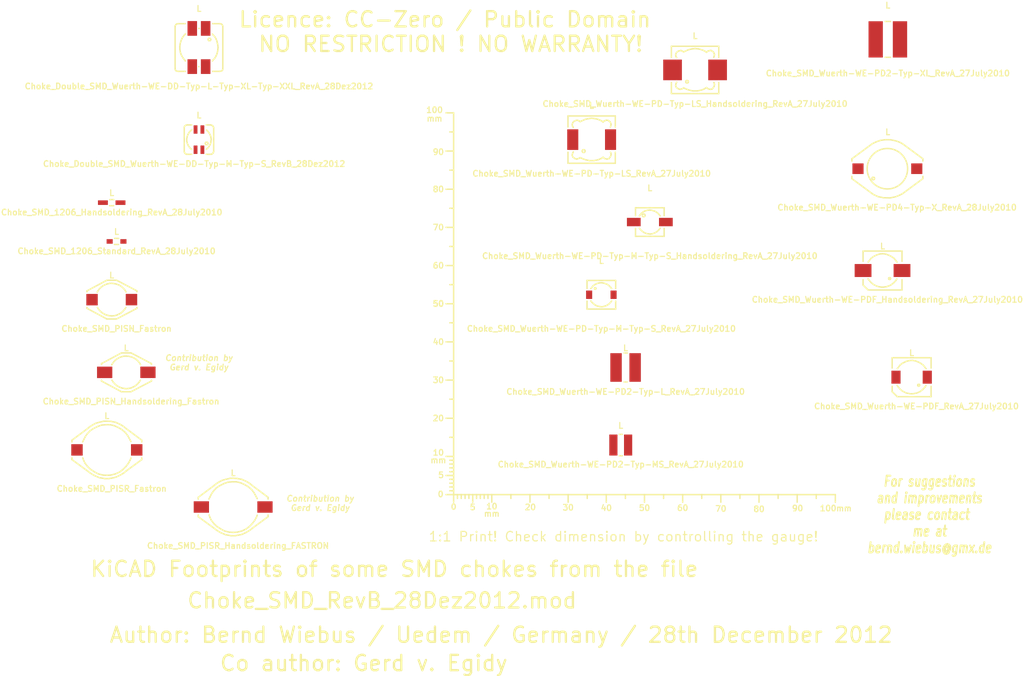
<source format=kicad_pcb>
(kicad_pcb (version 3) (host pcbnew "(2013-03-30 BZR 4007)-stable")

  (general
    (links 0)
    (no_connects 0)
    (area 5.520267 11.9416 291.659733 188.52007)
    (thickness 1.6002)
    (drawings 9)
    (tracks 0)
    (zones 0)
    (modules 19)
    (nets 3)
  )

  (page A4)
  (layers
    (15 Vorderseite signal)
    (0 Rückseite signal)
    (16 B.Adhes user)
    (17 F.Adhes user)
    (18 B.Paste user)
    (19 F.Paste user)
    (20 B.SilkS user)
    (21 F.SilkS user)
    (22 B.Mask user)
    (23 F.Mask user)
    (24 Dwgs.User user)
    (25 Cmts.User user)
    (26 Eco1.User user)
    (27 Eco2.User user)
    (28 Edge.Cuts user)
  )

  (setup
    (last_trace_width 0.2032)
    (trace_clearance 0.254)
    (zone_clearance 0.508)
    (zone_45_only no)
    (trace_min 0.2032)
    (segment_width 0.3048)
    (edge_width 0.3048)
    (via_size 0.889)
    (via_drill 0.635)
    (via_min_size 0.889)
    (via_min_drill 0.508)
    (uvia_size 0.508)
    (uvia_drill 0.127)
    (uvias_allowed no)
    (uvia_min_size 0.508)
    (uvia_min_drill 0.127)
    (pcb_text_width 0.3048)
    (pcb_text_size 1.524 1.524)
    (mod_edge_width 0.3048)
    (mod_text_size 1.27 1.27)
    (mod_text_width 0.254)
    (pad_size 5.99948 5.99948)
    (pad_drill 5.00126)
    (pad_to_mask_clearance 0.254)
    (aux_axis_origin 0 0)
    (visible_elements 7FFFFFFF)
    (pcbplotparams
      (layerselection 3178497)
      (usegerberextensions true)
      (excludeedgelayer true)
      (linewidth 60)
      (plotframeref false)
      (viasonmask false)
      (mode 1)
      (useauxorigin false)
      (hpglpennumber 1)
      (hpglpenspeed 20)
      (hpglpendiameter 15)
      (hpglpenoverlay 0)
      (psnegative false)
      (psa4output false)
      (plotreference true)
      (plotvalue true)
      (plotothertext true)
      (plotinvisibletext false)
      (padsonsilk false)
      (subtractmaskfromsilk false)
      (outputformat 1)
      (mirror false)
      (drillshape 1)
      (scaleselection 1)
      (outputdirectory ""))
  )

  (net 0 "")
  (net 1 /FAN-GND)
  (net 2 N-000038)

  (net_class Default "Dies ist die voreingestellte Netzklasse."
    (clearance 0.254)
    (trace_width 0.2032)
    (via_dia 0.889)
    (via_drill 0.635)
    (uvia_dia 0.508)
    (uvia_drill 0.127)
    (add_net "")
    (add_net /FAN-GND)
    (add_net N-000038)
  )

  (module Gauge_100mm_Type2_SilkScreenTop_RevA_Date22Jun2010 (layer Vorderseite) (tedit 4D963937) (tstamp 4D88F07A)
    (at 132.75056 141.2494)
    (descr "Gauge, Massstab, 100mm, SilkScreenTop, Type 2,")
    (tags "Gauge, Massstab, 100mm, SilkScreenTop, Type 2,")
    (path Gauge_100mm_Type2_SilkScreenTop_RevA_Date22Jun2010)
    (fp_text reference MSC (at 4.0005 8.99922) (layer F.SilkS) hide
      (effects (font (size 1.524 1.524) (thickness 0.3048)))
    )
    (fp_text value Gauge_100mm_Type2_SilkScreenTop_RevA_Date22Jun2010 (at 45.9994 8.99922) (layer F.SilkS) hide
      (effects (font (size 1.524 1.524) (thickness 0.3048)))
    )
    (fp_text user mm (at 9.99998 5.00126) (layer F.SilkS)
      (effects (font (size 1.524 1.524) (thickness 0.3048)))
    )
    (fp_text user mm (at -4.0005 -8.99922) (layer F.SilkS)
      (effects (font (size 1.524 1.524) (thickness 0.3048)))
    )
    (fp_text user mm (at -5.00126 -98.5012) (layer F.SilkS)
      (effects (font (size 1.524 1.524) (thickness 0.3048)))
    )
    (fp_text user 10 (at 10.00506 3.0988) (layer F.SilkS)
      (effects (font (size 1.50114 1.50114) (thickness 0.29972)))
    )
    (fp_text user 0 (at 0.00508 3.19786) (layer F.SilkS)
      (effects (font (size 1.39954 1.50114) (thickness 0.29972)))
    )
    (fp_text user 5 (at 5.0038 3.29946) (layer F.SilkS)
      (effects (font (size 1.50114 1.50114) (thickness 0.29972)))
    )
    (fp_text user 20 (at 20.1041 3.29946) (layer F.SilkS)
      (effects (font (size 1.50114 1.50114) (thickness 0.29972)))
    )
    (fp_text user 30 (at 30.00502 3.39852) (layer F.SilkS)
      (effects (font (size 1.50114 1.50114) (thickness 0.29972)))
    )
    (fp_text user 40 (at 40.005 3.50012) (layer F.SilkS)
      (effects (font (size 1.50114 1.50114) (thickness 0.29972)))
    )
    (fp_text user 50 (at 50.00498 3.50012) (layer F.SilkS)
      (effects (font (size 1.50114 1.50114) (thickness 0.29972)))
    )
    (fp_text user 60 (at 60.00496 3.50012) (layer F.SilkS)
      (effects (font (size 1.50114 1.50114) (thickness 0.29972)))
    )
    (fp_text user 70 (at 70.00494 3.70078) (layer F.SilkS)
      (effects (font (size 1.50114 1.50114) (thickness 0.29972)))
    )
    (fp_text user 80 (at 80.00492 3.79984) (layer F.SilkS)
      (effects (font (size 1.50114 1.50114) (thickness 0.29972)))
    )
    (fp_text user 90 (at 90.1065 3.60172) (layer F.SilkS)
      (effects (font (size 1.50114 1.50114) (thickness 0.29972)))
    )
    (fp_text user 100mm (at 100.10648 3.60172) (layer F.SilkS)
      (effects (font (size 1.50114 1.50114) (thickness 0.29972)))
    )
    (fp_line (start 0 -8.99922) (end -1.00076 -8.99922) (layer F.SilkS) (width 0.381))
    (fp_line (start 0 -8.001) (end -1.00076 -8.001) (layer F.SilkS) (width 0.381))
    (fp_line (start 0 -7.00024) (end -1.00076 -7.00024) (layer F.SilkS) (width 0.381))
    (fp_line (start 0 -5.99948) (end -1.00076 -5.99948) (layer F.SilkS) (width 0.381))
    (fp_line (start 0 -4.0005) (end -1.00076 -4.0005) (layer F.SilkS) (width 0.381))
    (fp_line (start 0 -2.99974) (end -1.00076 -2.99974) (layer F.SilkS) (width 0.381))
    (fp_line (start 0 -1.99898) (end -1.00076 -1.99898) (layer F.SilkS) (width 0.381))
    (fp_line (start 0 -1.00076) (end -1.00076 -1.00076) (layer F.SilkS) (width 0.381))
    (fp_line (start 0 0) (end -1.99898 0) (layer F.SilkS) (width 0.381))
    (fp_line (start 0 -5.00126) (end -1.99898 -5.00126) (layer F.SilkS) (width 0.381))
    (fp_line (start 0 -9.99998) (end -1.99898 -9.99998) (layer F.SilkS) (width 0.381))
    (fp_line (start 0 -15.00124) (end -1.00076 -15.00124) (layer F.SilkS) (width 0.381))
    (fp_line (start 0 -19.99996) (end -1.99898 -19.99996) (layer F.SilkS) (width 0.381))
    (fp_line (start 0 -25.00122) (end -1.00076 -25.00122) (layer F.SilkS) (width 0.381))
    (fp_line (start 0 -29.99994) (end -1.99898 -29.99994) (layer F.SilkS) (width 0.381))
    (fp_line (start 0 -35.0012) (end -1.00076 -35.0012) (layer F.SilkS) (width 0.381))
    (fp_line (start 0 -39.99992) (end -1.99898 -39.99992) (layer F.SilkS) (width 0.381))
    (fp_line (start 0 -45.00118) (end -1.00076 -45.00118) (layer F.SilkS) (width 0.381))
    (fp_line (start 0 -49.9999) (end -1.99898 -49.9999) (layer F.SilkS) (width 0.381))
    (fp_line (start 0 -55.00116) (end -1.00076 -55.00116) (layer F.SilkS) (width 0.381))
    (fp_line (start 0 -59.99988) (end -1.99898 -59.99988) (layer F.SilkS) (width 0.381))
    (fp_line (start 0 -65.00114) (end -1.00076 -65.00114) (layer F.SilkS) (width 0.381))
    (fp_line (start 0 -69.99986) (end -1.99898 -69.99986) (layer F.SilkS) (width 0.381))
    (fp_line (start 0 -75.00112) (end -1.00076 -75.00112) (layer F.SilkS) (width 0.381))
    (fp_line (start 0 -79.99984) (end -1.99898 -79.99984) (layer F.SilkS) (width 0.381))
    (fp_line (start 0 -85.0011) (end -1.00076 -85.0011) (layer F.SilkS) (width 0.381))
    (fp_line (start 0 -89.99982) (end -1.99898 -89.99982) (layer F.SilkS) (width 0.381))
    (fp_line (start 0 -95.00108) (end -1.00076 -95.00108) (layer F.SilkS) (width 0.381))
    (fp_line (start 0 0) (end 0 -99.9998) (layer F.SilkS) (width 0.381))
    (fp_line (start 0 -99.9998) (end -1.99898 -99.9998) (layer F.SilkS) (width 0.381))
    (fp_text user 100 (at -4.99872 -100.7491) (layer F.SilkS)
      (effects (font (size 1.50114 1.50114) (thickness 0.29972)))
    )
    (fp_text user 90 (at -4.0005 -89.7509) (layer F.SilkS)
      (effects (font (size 1.50114 1.50114) (thickness 0.29972)))
    )
    (fp_text user 80 (at -4.0005 -79.99984) (layer F.SilkS)
      (effects (font (size 1.50114 1.50114) (thickness 0.29972)))
    )
    (fp_text user 70 (at -4.0005 -69.99986) (layer F.SilkS)
      (effects (font (size 1.50114 1.50114) (thickness 0.29972)))
    )
    (fp_text user 60 (at -4.0005 -59.99988) (layer F.SilkS)
      (effects (font (size 1.50114 1.50114) (thickness 0.29972)))
    )
    (fp_text user 50 (at -4.0005 -49.9999) (layer F.SilkS)
      (effects (font (size 1.50114 1.50114) (thickness 0.34036)))
    )
    (fp_text user 40 (at -4.0005 -39.99992) (layer F.SilkS)
      (effects (font (size 1.50114 1.50114) (thickness 0.29972)))
    )
    (fp_text user 30 (at -4.0005 -29.99994) (layer F.SilkS)
      (effects (font (size 1.50114 1.50114) (thickness 0.29972)))
    )
    (fp_text user 20 (at -4.0005 -19.99996) (layer F.SilkS)
      (effects (font (size 1.50114 1.50114) (thickness 0.29972)))
    )
    (fp_line (start 95.00108 0) (end 95.00108 1.00076) (layer F.SilkS) (width 0.381))
    (fp_line (start 89.99982 0) (end 89.99982 1.99898) (layer F.SilkS) (width 0.381))
    (fp_line (start 85.0011 0) (end 85.0011 1.00076) (layer F.SilkS) (width 0.381))
    (fp_line (start 79.99984 0) (end 79.99984 1.99898) (layer F.SilkS) (width 0.381))
    (fp_line (start 75.00112 0) (end 75.00112 1.00076) (layer F.SilkS) (width 0.381))
    (fp_line (start 69.99986 0) (end 69.99986 1.99898) (layer F.SilkS) (width 0.381))
    (fp_line (start 65.00114 0) (end 65.00114 1.00076) (layer F.SilkS) (width 0.381))
    (fp_line (start 59.99988 0) (end 59.99988 1.99898) (layer F.SilkS) (width 0.381))
    (fp_line (start 55.00116 0) (end 55.00116 1.00076) (layer F.SilkS) (width 0.381))
    (fp_line (start 49.9999 0) (end 49.9999 1.99898) (layer F.SilkS) (width 0.381))
    (fp_line (start 45.00118 0) (end 45.00118 1.00076) (layer F.SilkS) (width 0.381))
    (fp_line (start 39.99992 0) (end 39.99992 1.99898) (layer F.SilkS) (width 0.381))
    (fp_line (start 35.0012 0) (end 35.0012 1.00076) (layer F.SilkS) (width 0.381))
    (fp_line (start 29.99994 0) (end 29.99994 1.99898) (layer F.SilkS) (width 0.381))
    (fp_line (start 25.00122 0) (end 25.00122 1.00076) (layer F.SilkS) (width 0.381))
    (fp_line (start 19.99996 0) (end 19.99996 1.99898) (layer F.SilkS) (width 0.381))
    (fp_line (start 15.00124 0) (end 15.00124 1.00076) (layer F.SilkS) (width 0.381))
    (fp_line (start 9.99998 0) (end 99.9998 0) (layer F.SilkS) (width 0.381))
    (fp_line (start 99.9998 0) (end 99.9998 1.99898) (layer F.SilkS) (width 0.381))
    (fp_text user 5 (at -3.302 -5.10286) (layer F.SilkS)
      (effects (font (size 1.50114 1.50114) (thickness 0.29972)))
    )
    (fp_text user 0 (at -3.4036 -0.10414) (layer F.SilkS)
      (effects (font (size 1.50114 1.50114) (thickness 0.29972)))
    )
    (fp_text user 10 (at -4.0005 -11.00074) (layer F.SilkS)
      (effects (font (size 1.50114 1.50114) (thickness 0.29972)))
    )
    (fp_line (start 8.99922 0) (end 8.99922 1.00076) (layer F.SilkS) (width 0.381))
    (fp_line (start 8.001 0) (end 8.001 1.00076) (layer F.SilkS) (width 0.381))
    (fp_line (start 7.00024 0) (end 7.00024 1.00076) (layer F.SilkS) (width 0.381))
    (fp_line (start 5.99948 0) (end 5.99948 1.00076) (layer F.SilkS) (width 0.381))
    (fp_line (start 4.0005 0) (end 4.0005 1.00076) (layer F.SilkS) (width 0.381))
    (fp_line (start 2.99974 0) (end 2.99974 1.00076) (layer F.SilkS) (width 0.381))
    (fp_line (start 1.99898 0) (end 1.99898 1.00076) (layer F.SilkS) (width 0.381))
    (fp_line (start 1.00076 0) (end 1.00076 1.00076) (layer F.SilkS) (width 0.381))
    (fp_line (start 5.00126 0) (end 5.00126 1.99898) (layer F.SilkS) (width 0.381))
    (fp_line (start 0 0) (end 0 1.99898) (layer F.SilkS) (width 0.381))
    (fp_line (start 0 0) (end 9.99998 0) (layer F.SilkS) (width 0.381))
    (fp_line (start 9.99998 0) (end 9.99998 1.99898) (layer F.SilkS) (width 0.381))
  )

  (module Choke_SMD_1206_Handsoldering_RevA_28July2010 (layer Vorderseite) (tedit 4C503A0E) (tstamp 50DE4FDF)
    (at 43.18 64.77)
    (descr "Choke, Drossel, SMD, 1206, Handsoldering,")
    (tags "Choke, Drossel, SMD, 1206, Handsoldering,")
    (fp_text reference L (at 0 -2.54) (layer F.SilkS)
      (effects (font (size 1.524 1.524) (thickness 0.3048)))
    )
    (fp_text value Choke_SMD_1206_Handsoldering_RevA_28July2010 (at 0 2.54) (layer F.SilkS)
      (effects (font (size 1.524 1.524) (thickness 0.3048)))
    )
    (fp_line (start -0.55118 0.8001) (end 0.50038 0.8001) (layer F.SilkS) (width 0.381))
    (fp_line (start 0.55118 -0.8001) (end -0.50038 -0.8001) (layer F.SilkS) (width 0.381))
    (pad 1 smd rect (at -2.30124 0) (size 2.59842 1.19888)
      (layers Vorderseite F.Paste F.Mask)
    )
    (pad 2 smd rect (at 2.30124 0) (size 2.60096 1.19888)
      (layers Vorderseite F.Paste F.Mask)
    )
  )

  (module Choke_SMD_1206_Standard_RevA_28July2010 (layer Vorderseite) (tedit 4C503A43) (tstamp 50DE52CC)
    (at 44.45 74.93)
    (descr "Choke, Drossel, SMD, 1206, Standard,")
    (tags "Choke, Drossel, SMD, 1206, Standard,")
    (fp_text reference L (at 0 -2.54) (layer F.SilkS)
      (effects (font (size 1.524 1.524) (thickness 0.3048)))
    )
    (fp_text value Choke_SMD_1206_Standard_RevA_28July2010 (at 0 2.54) (layer F.SilkS)
      (effects (font (size 1.524 1.524) (thickness 0.3048)))
    )
    (fp_circle (center 0 0) (end 0.39878 0) (layer F.Adhes) (width 0.381))
    (fp_circle (center 0 0) (end 0.20066 -0.0508) (layer F.Adhes) (width 0.381))
    (fp_line (start -0.55118 0.8001) (end 0.50038 0.8001) (layer F.SilkS) (width 0.381))
    (fp_line (start 0.55118 -0.8001) (end -0.50038 -0.8001) (layer F.SilkS) (width 0.381))
    (pad 1 smd rect (at -1.80086 0) (size 1.6002 1.19888)
      (layers Vorderseite F.Paste F.Mask)
    )
    (pad 2 smd rect (at 1.80086 0) (size 1.6002 1.19888)
      (layers Vorderseite F.Paste F.Mask)
    )
  )

  (module Choke_SMD_PISN_FASTRON (layer Vorderseite) (tedit 4BF41A3D) (tstamp 50DE560F)
    (at 43.18 90.17)
    (descr "Choke, Drossel, PISN, SMD, Fastron,")
    (tags "Choke, Drossel, PISN, SMD, Fastron,")
    (fp_text reference L (at 0 -6.35) (layer F.SilkS)
      (effects (font (size 1.524 1.524) (thickness 0.3048)))
    )
    (fp_text value Choke_SMD_PISN_Fastron (at 1.27 7.62) (layer F.SilkS)
      (effects (font (size 1.524 1.524) (thickness 0.3048)))
    )
    (fp_line (start 0 -0.254) (end 0 0.254) (layer F.Adhes) (width 0.381))
    (fp_circle (center 0 0) (end 0.254 1.016) (layer F.Adhes) (width 0.381))
    (fp_circle (center 0 0) (end 0.254 0.762) (layer F.Adhes) (width 0.381))
    (fp_circle (center 0 0) (end 0 0.508) (layer F.Adhes) (width 0.381))
    (fp_circle (center 0 0) (end 0.254 0) (layer F.Adhes) (width 0.381))
    (fp_line (start 0 -4.25704) (end -0.54864 -4.24688) (layer F.SilkS) (width 0.381))
    (fp_line (start -0.54864 -4.24688) (end -1.143 -4.10972) (layer F.SilkS) (width 0.381))
    (fp_line (start -1.143 -4.10972) (end -1.73736 -3.90652) (layer F.SilkS) (width 0.381))
    (fp_line (start -1.73736 -3.90652) (end -2.34696 -3.57124) (layer F.SilkS) (width 0.381))
    (fp_line (start -2.34696 -3.57124) (end -2.86004 -3.175) (layer F.SilkS) (width 0.381))
    (fp_line (start -2.86004 -3.175) (end -3.26136 -2.76352) (layer F.SilkS) (width 0.381))
    (fp_line (start -3.26136 -2.76352) (end -3.61188 -2.27076) (layer F.SilkS) (width 0.381))
    (fp_line (start -3.61188 -2.27076) (end -3.7846 -1.97104) (layer F.SilkS) (width 0.381))
    (fp_line (start -3.7846 -1.97104) (end -3.7846 -1.98628) (layer F.SilkS) (width 0.381))
    (fp_line (start -0.0254 -4.25704) (end 0.44704 -4.22656) (layer F.SilkS) (width 0.381))
    (fp_line (start 0.44704 -4.22656) (end 1.143 -4.09956) (layer F.SilkS) (width 0.381))
    (fp_line (start 1.143 -4.09956) (end 1.97612 -3.79984) (layer F.SilkS) (width 0.381))
    (fp_line (start 1.97612 -3.79984) (end 2.57048 -3.4036) (layer F.SilkS) (width 0.381))
    (fp_line (start 2.57048 -3.4036) (end 3.11912 -2.90068) (layer F.SilkS) (width 0.381))
    (fp_line (start 3.11912 -2.90068) (end 3.52044 -2.41808) (layer F.SilkS) (width 0.381))
    (fp_line (start 3.52044 -2.41808) (end 3.74904 -1.99644) (layer F.SilkS) (width 0.381))
    (fp_line (start 0 4.28244) (end -0.40132 4.24688) (layer F.SilkS) (width 0.381))
    (fp_line (start -0.40132 4.24688) (end -0.99568 4.14528) (layer F.SilkS) (width 0.381))
    (fp_line (start -0.99568 4.14528) (end -1.69164 3.91668) (layer F.SilkS) (width 0.381))
    (fp_line (start -1.69164 3.91668) (end -2.35712 3.55092) (layer F.SilkS) (width 0.381))
    (fp_line (start -2.35712 3.55092) (end -2.88036 3.13944) (layer F.SilkS) (width 0.381))
    (fp_line (start -2.88036 3.13944) (end -3.41884 2.5654) (layer F.SilkS) (width 0.381))
    (fp_line (start -3.41884 2.5654) (end -3.74904 2.032) (layer F.SilkS) (width 0.381))
    (fp_line (start 0 4.27228) (end 0.59436 4.23672) (layer F.SilkS) (width 0.381))
    (fp_line (start 0.59436 4.23672) (end 1.22428 4.09956) (layer F.SilkS) (width 0.381))
    (fp_line (start 1.22428 4.09956) (end 1.81864 3.84556) (layer F.SilkS) (width 0.381))
    (fp_line (start 1.81864 3.84556) (end 2.3876 3.54076) (layer F.SilkS) (width 0.381))
    (fp_line (start 2.3876 3.54076) (end 2.91592 3.08356) (layer F.SilkS) (width 0.381))
    (fp_line (start 2.91592 3.08356) (end 3.38328 2.5654) (layer F.SilkS) (width 0.381))
    (fp_line (start 3.38328 2.5654) (end 3.71348 2.05232) (layer F.SilkS) (width 0.381))
    (fp_line (start -1.27 -5.08) (end 1.27 -5.08) (layer F.SilkS) (width 0.381))
    (fp_line (start -1.27 5.08) (end 1.27 5.08) (layer F.SilkS) (width 0.381))
    (fp_line (start 1.27 5.08) (end 6.604 2.286) (layer F.SilkS) (width 0.381))
    (fp_line (start 6.604 2.286) (end 6.604 2.032) (layer F.SilkS) (width 0.381))
    (fp_line (start -1.27 5.08) (end -6.477 2.286) (layer F.SilkS) (width 0.381))
    (fp_line (start -6.477 2.286) (end -6.477 2.032) (layer F.SilkS) (width 0.381))
    (fp_line (start 1.27 -5.08) (end 6.604 -2.286) (layer F.SilkS) (width 0.381))
    (fp_line (start 6.604 -2.286) (end 6.604 -2.032) (layer F.SilkS) (width 0.381))
    (fp_line (start -6.477 -2.286) (end -6.477 -2.032) (layer F.SilkS) (width 0.381))
    (fp_line (start -1.27 -5.08) (end -6.477 -2.286) (layer F.SilkS) (width 0.381))
    (pad 2 smd rect (at -5.15112 0.01016) (size 2.99974 2.99974)
      (layers Vorderseite F.Paste F.Mask)
    )
    (pad 1 smd rect (at 5.1816 0) (size 2.99974 2.99974)
      (layers Vorderseite F.Paste F.Mask)
    )
  )

  (module Choke_SMD_PISR_FASTRON (layer Vorderseite) (tedit 4BF41ACE) (tstamp 50DE5D67)
    (at 41.91 129.54)
    (descr "Choke, Drossel, PISR, Fastron, SMD,")
    (tags "Choke, Drossel, PISR, Fastron, SMD,")
    (fp_text reference L (at 0 -8.89) (layer F.SilkS)
      (effects (font (size 1.524 1.524) (thickness 0.3048)))
    )
    (fp_text value Choke_SMD_PISR_Fastron (at 1.27 10.16) (layer F.SilkS)
      (effects (font (size 1.524 1.524) (thickness 0.3048)))
    )
    (fp_line (start 0 -0.254) (end 0 0.254) (layer F.Adhes) (width 0.381))
    (fp_circle (center 0 0) (end 0 1.524) (layer F.Adhes) (width 0.381))
    (fp_circle (center 0 0) (end 0 1.27) (layer F.Adhes) (width 0.381))
    (fp_circle (center 0 0) (end 0 1.016) (layer F.Adhes) (width 0.381))
    (fp_circle (center 0 0) (end 0 0.762) (layer F.Adhes) (width 0.381))
    (fp_circle (center 0 0) (end 0 0.508) (layer F.Adhes) (width 0.381))
    (fp_circle (center 0 0) (end 0 0.254) (layer F.Adhes) (width 0.381))
    (fp_line (start -6.35 -2.0828) (end -6.0452 -2.6924) (layer F.SilkS) (width 0.381))
    (fp_line (start -6.0452 -2.6924) (end -5.6388 -3.5052) (layer F.SilkS) (width 0.381))
    (fp_line (start -5.6388 -3.5052) (end -5.1308 -4.2164) (layer F.SilkS) (width 0.381))
    (fp_line (start -5.1308 -4.2164) (end -4.4196 -4.9784) (layer F.SilkS) (width 0.381))
    (fp_line (start -4.4196 -4.9784) (end -3.6068 -5.5372) (layer F.SilkS) (width 0.381))
    (fp_line (start -3.6068 -5.5372) (end -2.3876 -6.1468) (layer F.SilkS) (width 0.381))
    (fp_line (start -2.3876 -6.1468) (end -1.3716 -6.5024) (layer F.SilkS) (width 0.381))
    (fp_line (start -1.3716 -6.5024) (end -0.2032 -6.604) (layer F.SilkS) (width 0.381))
    (fp_line (start -0.2032 -6.604) (end 0.8128 -6.604) (layer F.SilkS) (width 0.381))
    (fp_line (start 0.8128 -6.604) (end 1.9304 -6.35) (layer F.SilkS) (width 0.381))
    (fp_line (start 1.9304 -6.35) (end 2.9464 -5.8928) (layer F.SilkS) (width 0.381))
    (fp_line (start 2.9464 -5.8928) (end 3.9116 -5.334) (layer F.SilkS) (width 0.381))
    (fp_line (start 3.9116 -5.334) (end 4.826 -4.572) (layer F.SilkS) (width 0.381))
    (fp_line (start 4.826 -4.572) (end 5.4864 -3.7084) (layer F.SilkS) (width 0.381))
    (fp_line (start 5.4864 -3.7084) (end 6.096 -2.5908) (layer F.SilkS) (width 0.381))
    (fp_line (start 6.096 -2.5908) (end 6.2992 -2.1844) (layer F.SilkS) (width 0.381))
    (fp_line (start -6.2992 2.0828) (end -6.096 2.6924) (layer F.SilkS) (width 0.381))
    (fp_line (start -6.096 2.6924) (end -5.7404 3.4544) (layer F.SilkS) (width 0.381))
    (fp_line (start -5.7404 3.4544) (end -5.0292 4.3688) (layer F.SilkS) (width 0.381))
    (fp_line (start -5.0292 4.3688) (end -4.2164 5.1308) (layer F.SilkS) (width 0.381))
    (fp_line (start -4.2164 5.1308) (end -3.0988 5.842) (layer F.SilkS) (width 0.381))
    (fp_line (start -3.0988 5.842) (end -2.2352 6.2992) (layer F.SilkS) (width 0.381))
    (fp_line (start -2.2352 6.2992) (end -0.9144 6.604) (layer F.SilkS) (width 0.381))
    (fp_line (start -0.9144 6.604) (end 0.0508 6.6548) (layer F.SilkS) (width 0.381))
    (fp_line (start 0.0508 6.6548) (end 0.9652 6.604) (layer F.SilkS) (width 0.381))
    (fp_line (start 0.9652 6.604) (end 2.2352 6.2992) (layer F.SilkS) (width 0.381))
    (fp_line (start 2.2352 6.2992) (end 3.3528 5.7912) (layer F.SilkS) (width 0.381))
    (fp_line (start 3.3528 5.7912) (end 4.2164 5.1308) (layer F.SilkS) (width 0.381))
    (fp_line (start 4.2164 5.1308) (end 5.0292 4.318) (layer F.SilkS) (width 0.381))
    (fp_line (start 5.0292 4.318) (end 5.6388 3.5052) (layer F.SilkS) (width 0.381))
    (fp_line (start 5.6388 3.5052) (end 6.096 2.6924) (layer F.SilkS) (width 0.381))
    (fp_line (start 6.096 2.6924) (end 6.2992 2.1336) (layer F.SilkS) (width 0.381))
    (fp_line (start -4.9784 5.588) (end -4.318 6.096) (layer F.SilkS) (width 0.381))
    (fp_line (start -4.318 6.096) (end -3.302 6.7056) (layer F.SilkS) (width 0.381))
    (fp_line (start -3.302 6.7056) (end -1.9812 7.2644) (layer F.SilkS) (width 0.381))
    (fp_line (start -1.9812 7.2644) (end -0.5588 7.5184) (layer F.SilkS) (width 0.381))
    (fp_line (start -0.5588 7.5184) (end 0.508 7.5184) (layer F.SilkS) (width 0.381))
    (fp_line (start 0.508 7.5184) (end 1.1684 7.4168) (layer F.SilkS) (width 0.381))
    (fp_line (start 1.1684 7.4168) (end 2.3368 7.1628) (layer F.SilkS) (width 0.381))
    (fp_line (start 2.3368 7.1628) (end 3.4036 6.6548) (layer F.SilkS) (width 0.381))
    (fp_line (start 3.4036 6.6548) (end 4.3688 6.096) (layer F.SilkS) (width 0.381))
    (fp_line (start 4.3688 6.096) (end 5.1308 5.4864) (layer F.SilkS) (width 0.381))
    (fp_line (start -4.9784 -5.6388) (end -4.572 -5.9944) (layer F.SilkS) (width 0.381))
    (fp_line (start -4.572 -5.9944) (end -3.7084 -6.5532) (layer F.SilkS) (width 0.381))
    (fp_line (start -3.7084 -6.5532) (end -2.8448 -7.0104) (layer F.SilkS) (width 0.381))
    (fp_line (start -2.8448 -7.0104) (end -1.8796 -7.2644) (layer F.SilkS) (width 0.381))
    (fp_line (start -1.8796 -7.2644) (end -0.8128 -7.5184) (layer F.SilkS) (width 0.381))
    (fp_line (start -0.8128 -7.5184) (end 0 -7.5184) (layer F.SilkS) (width 0.381))
    (fp_line (start 0 -7.5184) (end 1.1176 -7.4676) (layer F.SilkS) (width 0.381))
    (fp_line (start 1.1176 -7.4676) (end 2.3368 -7.2136) (layer F.SilkS) (width 0.381))
    (fp_line (start 2.3368 -7.2136) (end 3.556 -6.6548) (layer F.SilkS) (width 0.381))
    (fp_line (start 3.556 -6.6548) (end 4.3688 -6.1468) (layer F.SilkS) (width 0.381))
    (fp_line (start 4.3688 -6.1468) (end 4.9276 -5.6896) (layer F.SilkS) (width 0.381))
    (fp_line (start 9.144 -2.54) (end 4.9784 -5.6388) (layer F.SilkS) (width 0.381))
    (fp_line (start -9.144 -2.54) (end -4.9784 -5.6388) (layer F.SilkS) (width 0.381))
    (fp_line (start -9.144 2.54) (end -4.9784 5.588) (layer F.SilkS) (width 0.381))
    (fp_line (start 9.144 2.0828) (end 9.144 2.54) (layer F.SilkS) (width 0.381))
    (fp_line (start 9.144 2.54) (end 4.9784 5.588) (layer F.SilkS) (width 0.381))
    (fp_line (start -9.144 2.0828) (end -9.144 2.54) (layer F.SilkS) (width 0.381))
    (fp_line (start -9.144 -2.0828) (end -9.144 -2.54) (layer F.SilkS) (width 0.381))
    (fp_line (start 9.144 -2.0828) (end 9.144 -2.54) (layer F.SilkS) (width 0.381))
    (pad 2 smd rect (at -7.8232 0) (size 2.99974 2.99974)
      (layers Vorderseite F.Paste F.Mask)
    )
    (pad 1 smd rect (at 7.8232 0) (size 2.99974 2.99974)
      (layers Vorderseite F.Paste F.Mask)
    )
  )

  (module Choke_SMD_Wuerth-WE-PD-Typ-LS_Handsoldering_RevA_27July2010 (layer Vorderseite) (tedit 4C4F20E7) (tstamp 50DE6537)
    (at 196 30)
    (descr "Choke, Drossel, WE-PD Typ LS, Wuerth, SMD, Handsoldering,")
    (tags "Choke, Drossel, WE-PD Typ LS, Wuerth, SMD, Handsoldering,")
    (fp_text reference L (at 0 -8.89) (layer F.SilkS)
      (effects (font (size 1.524 1.524) (thickness 0.3048)))
    )
    (fp_text value Choke_SMD_Wuerth-WE-PD-Typ-LS_Handsoldering_RevA_27July2010 (at 0 8.89) (layer F.SilkS)
      (effects (font (size 1.524 1.524) (thickness 0.3048)))
    )
    (fp_circle (center -2.10058 3.0988) (end -1.84912 3.35026) (layer F.SilkS) (width 0.381))
    (fp_line (start 4.89966 3.29946) (end 5.00126 3.40106) (layer F.SilkS) (width 0.381))
    (fp_line (start 5.00126 3.40106) (end 5.10032 3.79984) (layer F.SilkS) (width 0.381))
    (fp_line (start 5.10032 3.79984) (end 5.00126 4.30022) (layer F.SilkS) (width 0.381))
    (fp_line (start 5.00126 4.30022) (end 4.8006 4.59994) (layer F.SilkS) (width 0.381))
    (fp_line (start 4.8006 4.59994) (end 4.50088 5.00126) (layer F.SilkS) (width 0.381))
    (fp_line (start 4.50088 5.00126) (end 4.0005 5.10032) (layer F.SilkS) (width 0.381))
    (fp_line (start 4.0005 5.10032) (end 3.50012 5.00126) (layer F.SilkS) (width 0.381))
    (fp_line (start 3.50012 5.00126) (end 3.0988 4.699) (layer F.SilkS) (width 0.381))
    (fp_line (start 3.0988 4.699) (end 2.99974 4.59994) (layer F.SilkS) (width 0.381))
    (fp_line (start 2.99974 4.59994) (end 2.4003 5.00126) (layer F.SilkS) (width 0.381))
    (fp_line (start 2.4003 5.00126) (end 1.6002 5.30098) (layer F.SilkS) (width 0.381))
    (fp_line (start 1.6002 5.30098) (end 0.59944 5.4991) (layer F.SilkS) (width 0.381))
    (fp_line (start 0.59944 5.4991) (end -0.59944 5.4991) (layer F.SilkS) (width 0.381))
    (fp_line (start -0.59944 5.4991) (end -1.50114 5.30098) (layer F.SilkS) (width 0.381))
    (fp_line (start -1.50114 5.30098) (end -2.10058 5.10032) (layer F.SilkS) (width 0.381))
    (fp_line (start -2.10058 5.10032) (end -2.60096 4.89966) (layer F.SilkS) (width 0.381))
    (fp_line (start -2.60096 4.89966) (end -2.99974 4.699) (layer F.SilkS) (width 0.381))
    (fp_line (start -2.99974 4.699) (end -3.29946 4.89966) (layer F.SilkS) (width 0.381))
    (fp_line (start -3.29946 4.89966) (end -3.8989 5.10032) (layer F.SilkS) (width 0.381))
    (fp_line (start -3.8989 5.10032) (end -4.30022 5.00126) (layer F.SilkS) (width 0.381))
    (fp_line (start -4.30022 5.00126) (end -4.59994 4.8006) (layer F.SilkS) (width 0.381))
    (fp_line (start -4.59994 4.8006) (end -4.89966 4.59994) (layer F.SilkS) (width 0.381))
    (fp_line (start -4.89966 4.59994) (end -5.10032 4.09956) (layer F.SilkS) (width 0.381))
    (fp_line (start -5.10032 4.09956) (end -5.00126 3.59918) (layer F.SilkS) (width 0.381))
    (fp_line (start -5.00126 3.59918) (end -4.8006 3.2004) (layer F.SilkS) (width 0.381))
    (fp_line (start 4.89966 -3.29946) (end 5.00126 -3.59918) (layer F.SilkS) (width 0.381))
    (fp_line (start 5.00126 -3.59918) (end 5.10032 -4.0005) (layer F.SilkS) (width 0.381))
    (fp_line (start 5.10032 -4.0005) (end 5.00126 -4.30022) (layer F.SilkS) (width 0.381))
    (fp_line (start 5.00126 -4.30022) (end 4.8006 -4.699) (layer F.SilkS) (width 0.381))
    (fp_line (start 4.8006 -4.699) (end 4.50088 -4.89966) (layer F.SilkS) (width 0.381))
    (fp_line (start 4.50088 -4.89966) (end 4.20116 -5.10032) (layer F.SilkS) (width 0.381))
    (fp_line (start 4.20116 -5.10032) (end 3.8989 -5.10032) (layer F.SilkS) (width 0.381))
    (fp_line (start 3.8989 -5.10032) (end 3.59918 -5.00126) (layer F.SilkS) (width 0.381))
    (fp_line (start 3.59918 -5.00126) (end 3.29946 -4.89966) (layer F.SilkS) (width 0.381))
    (fp_line (start 3.29946 -4.89966) (end 2.99974 -4.59994) (layer F.SilkS) (width 0.381))
    (fp_line (start 2.99974 -4.59994) (end 2.60096 -4.89966) (layer F.SilkS) (width 0.381))
    (fp_line (start 2.60096 -4.89966) (end 2.19964 -5.10032) (layer F.SilkS) (width 0.381))
    (fp_line (start 2.19964 -5.10032) (end 1.69926 -5.30098) (layer F.SilkS) (width 0.381))
    (fp_line (start 1.69926 -5.30098) (end 0.89916 -5.4991) (layer F.SilkS) (width 0.381))
    (fp_line (start 0.89916 -5.4991) (end 0 -5.6007) (layer F.SilkS) (width 0.381))
    (fp_line (start 0 -5.6007) (end -0.8001 -5.4991) (layer F.SilkS) (width 0.381))
    (fp_line (start -0.8001 -5.4991) (end -1.69926 -5.30098) (layer F.SilkS) (width 0.381))
    (fp_line (start -1.69926 -5.30098) (end -2.60096 -4.89966) (layer F.SilkS) (width 0.381))
    (fp_line (start -2.60096 -4.89966) (end -2.99974 -4.699) (layer F.SilkS) (width 0.381))
    (fp_line (start -2.99974 -4.699) (end -3.29946 -4.89966) (layer F.SilkS) (width 0.381))
    (fp_line (start -3.29946 -4.89966) (end -3.70078 -5.10032) (layer F.SilkS) (width 0.381))
    (fp_line (start -3.70078 -5.10032) (end -4.20116 -5.00126) (layer F.SilkS) (width 0.381))
    (fp_line (start -4.20116 -5.00126) (end -4.59994 -4.8006) (layer F.SilkS) (width 0.381))
    (fp_line (start -4.59994 -4.8006) (end -4.89966 -4.50088) (layer F.SilkS) (width 0.381))
    (fp_line (start -4.89966 -4.50088) (end -5.10032 -4.0005) (layer F.SilkS) (width 0.381))
    (fp_line (start -5.10032 -4.0005) (end -5.00126 -3.50012) (layer F.SilkS) (width 0.381))
    (fp_line (start -5.00126 -3.50012) (end -4.8006 -3.2004) (layer F.SilkS) (width 0.381))
    (fp_line (start -6.20014 3.29946) (end -6.20014 6.20014) (layer F.SilkS) (width 0.381))
    (fp_line (start -6.20014 6.20014) (end 6.20014 6.20014) (layer F.SilkS) (width 0.381))
    (fp_line (start 6.20014 6.20014) (end 6.20014 3.29946) (layer F.SilkS) (width 0.381))
    (fp_line (start 6.20014 -6.20014) (end -6.20014 -6.20014) (layer F.SilkS) (width 0.381))
    (fp_line (start -6.20014 -6.20014) (end -6.20014 -3.29946) (layer F.SilkS) (width 0.381))
    (fp_line (start 6.20014 -6.20014) (end 6.20014 -3.29946) (layer F.SilkS) (width 0.381))
    (pad 1 smd rect (at -5.90042 0) (size 4.89966 5.40004)
      (layers Vorderseite F.Paste F.Mask)
    )
    (pad 2 smd rect (at 5.90042 0) (size 4.89966 5.40004)
      (layers Vorderseite F.Paste F.Mask)
    )
  )

  (module Choke_SMD_Wuerth-WE-PD-Typ-LS_RevA_27July2010 (layer Vorderseite) (tedit 4C4F21C2) (tstamp 50DE690A)
    (at 168.91 48.26)
    (descr "Choke, Drossel, WE-PD Typ LS, Wuerth, SMD,")
    (tags "Choke, Drossel, WE-PD Typ LS, Wuerth, SMD,")
    (fp_text reference L (at 0 -8.89) (layer F.SilkS)
      (effects (font (size 1.524 1.524) (thickness 0.3048)))
    )
    (fp_text value Choke_SMD_Wuerth-WE-PD-Typ-LS_RevA_27July2010 (at 0 8.89) (layer F.SilkS)
      (effects (font (size 1.524 1.524) (thickness 0.3048)))
    )
    (fp_circle (center 0 0) (end 0.89916 0) (layer F.Adhes) (width 0.381))
    (fp_circle (center 0 0) (end 0.55118 0) (layer F.Adhes) (width 0.381))
    (fp_circle (center 0 0) (end 0.14986 0.14986) (layer F.Adhes) (width 0.381))
    (fp_circle (center -2.10058 2.99974) (end -1.80086 3.2512) (layer F.SilkS) (width 0.381))
    (fp_line (start 4.89966 3.29946) (end 5.00126 3.40106) (layer F.SilkS) (width 0.381))
    (fp_line (start 5.00126 3.40106) (end 5.10032 3.79984) (layer F.SilkS) (width 0.381))
    (fp_line (start 5.10032 3.79984) (end 5.00126 4.30022) (layer F.SilkS) (width 0.381))
    (fp_line (start 5.00126 4.30022) (end 4.8006 4.59994) (layer F.SilkS) (width 0.381))
    (fp_line (start 4.8006 4.59994) (end 4.50088 5.00126) (layer F.SilkS) (width 0.381))
    (fp_line (start 4.50088 5.00126) (end 4.0005 5.10032) (layer F.SilkS) (width 0.381))
    (fp_line (start 4.0005 5.10032) (end 3.50012 5.00126) (layer F.SilkS) (width 0.381))
    (fp_line (start 3.50012 5.00126) (end 3.0988 4.699) (layer F.SilkS) (width 0.381))
    (fp_line (start 3.0988 4.699) (end 2.99974 4.59994) (layer F.SilkS) (width 0.381))
    (fp_line (start 2.99974 4.59994) (end 2.4003 5.00126) (layer F.SilkS) (width 0.381))
    (fp_line (start 2.4003 5.00126) (end 1.6002 5.30098) (layer F.SilkS) (width 0.381))
    (fp_line (start 1.6002 5.30098) (end 0.59944 5.4991) (layer F.SilkS) (width 0.381))
    (fp_line (start 0.59944 5.4991) (end -0.59944 5.4991) (layer F.SilkS) (width 0.381))
    (fp_line (start -0.59944 5.4991) (end -1.50114 5.30098) (layer F.SilkS) (width 0.381))
    (fp_line (start -1.50114 5.30098) (end -2.10058 5.10032) (layer F.SilkS) (width 0.381))
    (fp_line (start -2.10058 5.10032) (end -2.60096 4.89966) (layer F.SilkS) (width 0.381))
    (fp_line (start -2.60096 4.89966) (end -2.99974 4.699) (layer F.SilkS) (width 0.381))
    (fp_line (start -2.99974 4.699) (end -3.29946 4.89966) (layer F.SilkS) (width 0.381))
    (fp_line (start -3.29946 4.89966) (end -3.8989 5.10032) (layer F.SilkS) (width 0.381))
    (fp_line (start -3.8989 5.10032) (end -4.30022 5.00126) (layer F.SilkS) (width 0.381))
    (fp_line (start -4.30022 5.00126) (end -4.59994 4.8006) (layer F.SilkS) (width 0.381))
    (fp_line (start -4.59994 4.8006) (end -4.89966 4.59994) (layer F.SilkS) (width 0.381))
    (fp_line (start -4.89966 4.59994) (end -5.10032 4.09956) (layer F.SilkS) (width 0.381))
    (fp_line (start -5.10032 4.09956) (end -5.00126 3.59918) (layer F.SilkS) (width 0.381))
    (fp_line (start -5.00126 3.59918) (end -4.8006 3.2004) (layer F.SilkS) (width 0.381))
    (fp_line (start 4.89966 -3.29946) (end 5.00126 -3.59918) (layer F.SilkS) (width 0.381))
    (fp_line (start 5.00126 -3.59918) (end 5.10032 -4.0005) (layer F.SilkS) (width 0.381))
    (fp_line (start 5.10032 -4.0005) (end 5.00126 -4.30022) (layer F.SilkS) (width 0.381))
    (fp_line (start 5.00126 -4.30022) (end 4.8006 -4.699) (layer F.SilkS) (width 0.381))
    (fp_line (start 4.8006 -4.699) (end 4.50088 -4.89966) (layer F.SilkS) (width 0.381))
    (fp_line (start 4.50088 -4.89966) (end 4.20116 -5.10032) (layer F.SilkS) (width 0.381))
    (fp_line (start 4.20116 -5.10032) (end 3.8989 -5.10032) (layer F.SilkS) (width 0.381))
    (fp_line (start 3.8989 -5.10032) (end 3.59918 -5.00126) (layer F.SilkS) (width 0.381))
    (fp_line (start 3.59918 -5.00126) (end 3.29946 -4.89966) (layer F.SilkS) (width 0.381))
    (fp_line (start 3.29946 -4.89966) (end 2.99974 -4.59994) (layer F.SilkS) (width 0.381))
    (fp_line (start 2.99974 -4.59994) (end 2.60096 -4.89966) (layer F.SilkS) (width 0.381))
    (fp_line (start 2.60096 -4.89966) (end 2.19964 -5.10032) (layer F.SilkS) (width 0.381))
    (fp_line (start 2.19964 -5.10032) (end 1.69926 -5.30098) (layer F.SilkS) (width 0.381))
    (fp_line (start 1.69926 -5.30098) (end 0.89916 -5.4991) (layer F.SilkS) (width 0.381))
    (fp_line (start 0.89916 -5.4991) (end 0 -5.6007) (layer F.SilkS) (width 0.381))
    (fp_line (start 0 -5.6007) (end -0.8001 -5.4991) (layer F.SilkS) (width 0.381))
    (fp_line (start -0.8001 -5.4991) (end -1.69926 -5.30098) (layer F.SilkS) (width 0.381))
    (fp_line (start -1.69926 -5.30098) (end -2.60096 -4.89966) (layer F.SilkS) (width 0.381))
    (fp_line (start -2.60096 -4.89966) (end -2.99974 -4.699) (layer F.SilkS) (width 0.381))
    (fp_line (start -2.99974 -4.699) (end -3.29946 -4.89966) (layer F.SilkS) (width 0.381))
    (fp_line (start -3.29946 -4.89966) (end -3.70078 -5.10032) (layer F.SilkS) (width 0.381))
    (fp_line (start -3.70078 -5.10032) (end -4.20116 -5.00126) (layer F.SilkS) (width 0.381))
    (fp_line (start -4.20116 -5.00126) (end -4.59994 -4.8006) (layer F.SilkS) (width 0.381))
    (fp_line (start -4.59994 -4.8006) (end -4.89966 -4.50088) (layer F.SilkS) (width 0.381))
    (fp_line (start -4.89966 -4.50088) (end -5.10032 -4.0005) (layer F.SilkS) (width 0.381))
    (fp_line (start -5.10032 -4.0005) (end -5.00126 -3.50012) (layer F.SilkS) (width 0.381))
    (fp_line (start -5.00126 -3.50012) (end -4.8006 -3.2004) (layer F.SilkS) (width 0.381))
    (fp_line (start -6.20014 3.29946) (end -6.20014 6.20014) (layer F.SilkS) (width 0.381))
    (fp_line (start -6.20014 6.20014) (end 6.20014 6.20014) (layer F.SilkS) (width 0.381))
    (fp_line (start 6.20014 6.20014) (end 6.20014 3.29946) (layer F.SilkS) (width 0.381))
    (fp_line (start 6.20014 -6.20014) (end -6.20014 -6.20014) (layer F.SilkS) (width 0.381))
    (fp_line (start -6.20014 -6.20014) (end -6.20014 -3.29946) (layer F.SilkS) (width 0.381))
    (fp_line (start 6.20014 -6.20014) (end 6.20014 -3.29946) (layer F.SilkS) (width 0.381))
    (pad 1 smd rect (at -4.95046 0) (size 2.90068 5.40004)
      (layers Vorderseite F.Paste F.Mask)
    )
    (pad 2 smd rect (at 4.95046 0) (size 2.90068 5.40004)
      (layers Vorderseite F.Paste F.Mask)
    )
  )

  (module Choke_SMD_Wuerth-WE-PD-Typ-M-Typ-S_Handsoldering_RevA_27July2010 (layer Vorderseite) (tedit 4C4F212B) (tstamp 50DE6CA3)
    (at 184.15 69.85)
    (descr "Choke, Drossel, WE-PD, Typ M, Typ S, Wuerth, SMD, Handsoldering,")
    (tags "Choke, Drossel, WE-PD, Typ M, Typ S, Wuerth, SMD, Handsoldering,")
    (fp_text reference L (at 0 -8.89) (layer F.SilkS)
      (effects (font (size 1.524 1.524) (thickness 0.3048)))
    )
    (fp_text value Choke_SMD_Wuerth-WE-PD-Typ-M-Typ-S_Handsoldering_RevA_27July2010 (at 0 8.89) (layer F.SilkS)
      (effects (font (size 1.524 1.524) (thickness 0.3048)))
    )
    (fp_circle (center -1.6002 -1.75006) (end -1.50114 -1.6002) (layer F.SilkS) (width 0.381))
    (fp_line (start -2.75082 1.6002) (end -2.49936 1.95072) (layer F.SilkS) (width 0.381))
    (fp_line (start -2.49936 1.95072) (end -2.04978 2.3495) (layer F.SilkS) (width 0.381))
    (fp_line (start -2.04978 2.3495) (end -1.6002 2.70002) (layer F.SilkS) (width 0.381))
    (fp_line (start -1.6002 2.70002) (end -0.94996 2.99974) (layer F.SilkS) (width 0.381))
    (fp_line (start -0.94996 2.99974) (end -0.35052 3.0988) (layer F.SilkS) (width 0.381))
    (fp_line (start -0.35052 3.0988) (end 0.14986 3.1496) (layer F.SilkS) (width 0.381))
    (fp_line (start 0.14986 3.1496) (end 0.7493 3.05054) (layer F.SilkS) (width 0.381))
    (fp_line (start 0.7493 3.05054) (end 1.39954 2.79908) (layer F.SilkS) (width 0.381))
    (fp_line (start 1.39954 2.79908) (end 1.95072 2.4511) (layer F.SilkS) (width 0.381))
    (fp_line (start 1.95072 2.4511) (end 2.4003 1.99898) (layer F.SilkS) (width 0.381))
    (fp_line (start 2.4003 1.99898) (end 2.70002 1.6002) (layer F.SilkS) (width 0.381))
    (fp_line (start 2.70002 -1.6002) (end 2.4511 -1.95072) (layer F.SilkS) (width 0.381))
    (fp_line (start 2.4511 -1.95072) (end 1.99898 -2.4003) (layer F.SilkS) (width 0.381))
    (fp_line (start 1.99898 -2.4003) (end 1.50114 -2.75082) (layer F.SilkS) (width 0.381))
    (fp_line (start 1.50114 -2.75082) (end 1.00076 -2.94894) (layer F.SilkS) (width 0.381))
    (fp_line (start 1.00076 -2.94894) (end 0.39878 -3.0988) (layer F.SilkS) (width 0.381))
    (fp_line (start 0.39878 -3.0988) (end 0 -3.1496) (layer F.SilkS) (width 0.381))
    (fp_line (start 0 -3.1496) (end -0.55118 -3.0988) (layer F.SilkS) (width 0.381))
    (fp_line (start -0.55118 -3.0988) (end -1.15062 -2.94894) (layer F.SilkS) (width 0.381))
    (fp_line (start -1.15062 -2.94894) (end -1.75006 -2.64922) (layer F.SilkS) (width 0.381))
    (fp_line (start -1.75006 -2.64922) (end -2.19964 -2.30124) (layer F.SilkS) (width 0.381))
    (fp_line (start -2.19964 -2.30124) (end -2.55016 -1.84912) (layer F.SilkS) (width 0.381))
    (fp_line (start -2.55016 -1.84912) (end -2.75082 -1.6002) (layer F.SilkS) (width 0.381))
    (fp_line (start 3.74904 -3.74904) (end 3.74904 -1.651) (layer F.SilkS) (width 0.381))
    (fp_line (start -3.74904 1.651) (end -3.74904 3.74904) (layer F.SilkS) (width 0.381))
    (fp_line (start -3.74904 3.74904) (end 3.74904 3.74904) (layer F.SilkS) (width 0.381))
    (fp_line (start 3.74904 3.74904) (end 3.74904 1.651) (layer F.SilkS) (width 0.381))
    (fp_line (start 3.74904 -3.74904) (end -3.74904 -3.74904) (layer F.SilkS) (width 0.381))
    (fp_line (start -3.74904 -3.74904) (end -3.74904 -1.651) (layer F.SilkS) (width 0.381))
    (pad 1 smd rect (at -4.20116 0) (size 3.59918 2.19964)
      (layers Vorderseite F.Paste F.Mask)
    )
    (pad 2 smd rect (at 4.20116 0) (size 3.59918 2.19964)
      (layers Vorderseite F.Paste F.Mask)
    )
  )

  (module Choke_SMD_Wuerth-WE-PD-Typ-M-Typ-S_RevA_27July2010 (layer Vorderseite) (tedit 4C4F218D) (tstamp 50DE7002)
    (at 171.45 88.9)
    (descr "Choke, Drossel, WE-PD, Typ M, Typ S, Wuerth, SMD,")
    (tags "Choke, Drossel, WE-PD, Typ M, Typ S, Wuerth, SMD,")
    (fp_text reference L (at 0 -8.89) (layer F.SilkS)
      (effects (font (size 1.524 1.524) (thickness 0.3048)))
    )
    (fp_text value Choke_SMD_Wuerth-WE-PD-Typ-M-Typ-S_RevA_27July2010 (at 0 8.89) (layer F.SilkS)
      (effects (font (size 1.524 1.524) (thickness 0.3048)))
    )
    (fp_circle (center 0 0) (end 0.89916 0.14986) (layer F.Adhes) (width 0.381))
    (fp_circle (center 0 0) (end 0.55118 0.0508) (layer F.Adhes) (width 0.381))
    (fp_circle (center 0 0) (end 0.14986 0.14986) (layer F.Adhes) (width 0.381))
    (fp_circle (center -1.6002 -1.651) (end -1.45034 -1.50114) (layer F.SilkS) (width 0.381))
    (fp_line (start -2.75082 1.6002) (end -2.49936 1.95072) (layer F.SilkS) (width 0.381))
    (fp_line (start -2.49936 1.95072) (end -2.04978 2.3495) (layer F.SilkS) (width 0.381))
    (fp_line (start -2.04978 2.3495) (end -1.6002 2.70002) (layer F.SilkS) (width 0.381))
    (fp_line (start -1.6002 2.70002) (end -0.94996 2.99974) (layer F.SilkS) (width 0.381))
    (fp_line (start -0.94996 2.99974) (end -0.35052 3.0988) (layer F.SilkS) (width 0.381))
    (fp_line (start -0.35052 3.0988) (end 0.14986 3.1496) (layer F.SilkS) (width 0.381))
    (fp_line (start 0.14986 3.1496) (end 0.7493 3.05054) (layer F.SilkS) (width 0.381))
    (fp_line (start 0.7493 3.05054) (end 1.39954 2.79908) (layer F.SilkS) (width 0.381))
    (fp_line (start 1.39954 2.79908) (end 1.95072 2.4511) (layer F.SilkS) (width 0.381))
    (fp_line (start 1.95072 2.4511) (end 2.4003 1.99898) (layer F.SilkS) (width 0.381))
    (fp_line (start 2.4003 1.99898) (end 2.70002 1.6002) (layer F.SilkS) (width 0.381))
    (fp_line (start 2.70002 -1.6002) (end 2.4511 -1.95072) (layer F.SilkS) (width 0.381))
    (fp_line (start 2.4511 -1.95072) (end 1.99898 -2.4003) (layer F.SilkS) (width 0.381))
    (fp_line (start 1.99898 -2.4003) (end 1.50114 -2.75082) (layer F.SilkS) (width 0.381))
    (fp_line (start 1.50114 -2.75082) (end 1.00076 -2.94894) (layer F.SilkS) (width 0.381))
    (fp_line (start 1.00076 -2.94894) (end 0.39878 -3.0988) (layer F.SilkS) (width 0.381))
    (fp_line (start 0.39878 -3.0988) (end 0 -3.1496) (layer F.SilkS) (width 0.381))
    (fp_line (start 0 -3.1496) (end -0.55118 -3.0988) (layer F.SilkS) (width 0.381))
    (fp_line (start -0.55118 -3.0988) (end -1.15062 -2.94894) (layer F.SilkS) (width 0.381))
    (fp_line (start -1.15062 -2.94894) (end -1.75006 -2.64922) (layer F.SilkS) (width 0.381))
    (fp_line (start -1.75006 -2.64922) (end -2.19964 -2.30124) (layer F.SilkS) (width 0.381))
    (fp_line (start -2.19964 -2.30124) (end -2.55016 -1.84912) (layer F.SilkS) (width 0.381))
    (fp_line (start -2.55016 -1.84912) (end -2.75082 -1.6002) (layer F.SilkS) (width 0.381))
    (fp_line (start 3.74904 -3.74904) (end 3.74904 -1.651) (layer F.SilkS) (width 0.381))
    (fp_line (start -3.74904 1.651) (end -3.74904 3.74904) (layer F.SilkS) (width 0.381))
    (fp_line (start -3.74904 3.74904) (end 3.74904 3.74904) (layer F.SilkS) (width 0.381))
    (fp_line (start 3.74904 3.74904) (end 3.74904 1.651) (layer F.SilkS) (width 0.381))
    (fp_line (start 3.74904 -3.74904) (end -3.74904 -3.74904) (layer F.SilkS) (width 0.381))
    (fp_line (start -3.74904 -3.74904) (end -3.74904 -1.651) (layer F.SilkS) (width 0.381))
    (pad 1 smd rect (at -3.2004 0) (size 1.6002 2.19964)
      (layers Vorderseite F.Paste F.Mask)
    )
    (pad 2 smd rect (at 3.2004 0) (size 1.6002 2.19964)
      (layers Vorderseite F.Paste F.Mask)
    )
  )

  (module Choke_SMD_Wuerth-WE-PD2-Typ-L_RevA_27July2010 (layer Vorderseite) (tedit 4C4F272C) (tstamp 50DE7329)
    (at 177.8 107.95)
    (descr "Choke, Drossel, WE-PD2, Typ L, Wuerth, SMD,")
    (tags "Choke, Drossel, WE-PD2, Typ L, Wuerth, SMD,")
    (fp_text reference L (at 0 -5.08) (layer F.SilkS)
      (effects (font (size 1.524 1.524) (thickness 0.3048)))
    )
    (fp_text value Choke_SMD_Wuerth-WE-PD2-Typ-L_RevA_27July2010 (at 0 6.35) (layer F.SilkS)
      (effects (font (size 1.524 1.524) (thickness 0.3048)))
    )
    (fp_line (start -0.39878 3.79984) (end 0.39878 3.79984) (layer F.SilkS) (width 0.381))
    (fp_line (start -0.39878 -3.79984) (end 0.44958 -3.79984) (layer F.SilkS) (width 0.381))
    (pad 1 smd rect (at -2.49936 0) (size 2.99974 7.50062)
      (layers Vorderseite F.Paste F.Mask)
    )
    (pad 2 smd rect (at 2.49936 0) (size 2.99974 7.50062)
      (layers Vorderseite F.Paste F.Mask)
    )
  )

  (module Choke_SMD_Wuerth-WE-PD2-Typ-MS_RevA_27July2010 (layer Vorderseite) (tedit 4C4F2641) (tstamp 50DE7612)
    (at 176.53 128.27)
    (descr "Choke, Drossel, WE-PD2, Typ MS, Wuerth, SMD,")
    (tags "Choke, Drossel, WE-PD2, Typ MS, Wuerth, SMD,")
    (fp_text reference L (at 0 -5.08) (layer F.SilkS)
      (effects (font (size 1.524 1.524) (thickness 0.3048)))
    )
    (fp_text value Choke_SMD_Wuerth-WE-PD2-Typ-MS_RevA_27July2010 (at 0 5.08) (layer F.SilkS)
      (effects (font (size 1.524 1.524) (thickness 0.3048)))
    )
    (fp_line (start -0.39878 2.79908) (end 0.39878 2.79908) (layer F.SilkS) (width 0.381))
    (fp_line (start -0.39878 -2.79908) (end 0.39878 -2.79908) (layer F.SilkS) (width 0.381))
    (pad 1 smd rect (at -1.9304 0) (size 2.14884 5.4991)
      (layers Vorderseite F.Paste F.Mask)
    )
    (pad 2 smd rect (at 1.9304 0) (size 2.14884 5.4991)
      (layers Vorderseite F.Paste F.Mask)
    )
  )

  (module Choke_SMD_Wuerth-WE-PD2-Typ-XL_RevA_27July2010 (layer Vorderseite) (tedit 4C4F24B8) (tstamp 50DF5B0F)
    (at 246.5 22)
    (descr "Choke, Drossel, WE-PD2, Typ XL, Wuerth, SMD,")
    (tags "Choke, Drossel, WE-PD2, Typ XL, Wuerth, SMD,")
    (fp_text reference L (at 0 -8.89) (layer F.SilkS)
      (effects (font (size 1.524 1.524) (thickness 0.3048)))
    )
    (fp_text value Choke_SMD_Wuerth-WE-PD2-Typ-XL_RevA_27July2010 (at 0 8.89) (layer F.SilkS)
      (effects (font (size 1.524 1.524) (thickness 0.3048)))
    )
    (fp_circle (center 0 2.60096) (end 0.50038 2.70002) (layer F.Adhes) (width 0.381))
    (fp_circle (center 0 2.60096) (end 0.09906 2.79908) (layer F.Adhes) (width 0.381))
    (fp_circle (center 0 -2.60096) (end 0.50038 -2.49936) (layer F.Adhes) (width 0.381))
    (fp_circle (center 0 -2.60096) (end 0.20066 -2.60096) (layer F.Adhes) (width 0.381))
    (fp_circle (center 0 0) (end 0.50038 0) (layer F.Adhes) (width 0.381))
    (fp_circle (center 0 0) (end 0.20066 0) (layer F.Adhes) (width 0.381))
    (fp_line (start -0.70104 4.699) (end 0.70104 4.699) (layer F.SilkS) (width 0.381))
    (fp_line (start -0.70104 -4.699) (end 0.70104 -4.699) (layer F.SilkS) (width 0.381))
    (pad 1 smd rect (at -3.18008 0) (size 3.74904 9.4996)
      (layers Vorderseite F.Paste F.Mask)
    )
    (pad 2 smd rect (at 3.18008 0) (size 3.74904 9.4996)
      (layers Vorderseite F.Paste F.Mask)
    )
  )

  (module Choke_SMD_Wuerth-WE-PDF_Handsoldering_RevA_27July2010 (layer Vorderseite) (tedit 4C4F2AE9) (tstamp 50DE7F78)
    (at 245.11 82.55)
    (descr "Choke, Drossel, WE-PDF, Handsoldering, Wuerth, SMD,")
    (tags "Choke, Drossel, WE-PDF, Handsoldering, Wuerth, SMD,")
    (fp_text reference L (at 0 -6.35) (layer F.SilkS)
      (effects (font (size 1.524 1.524) (thickness 0.3048)))
    )
    (fp_text value Choke_SMD_Wuerth-WE-PDF_Handsoldering_RevA_27July2010 (at 1.27 7.62) (layer F.SilkS)
      (effects (font (size 1.524 1.524) (thickness 0.3048)))
    )
    (fp_circle (center 1.84912 2.10058) (end 2.10058 2.19964) (layer F.SilkS) (width 0.381))
    (fp_line (start -3.79984 2.14884) (end -3.59918 2.4511) (layer F.SilkS) (width 0.381))
    (fp_line (start -3.59918 2.4511) (end -3.05054 3.0988) (layer F.SilkS) (width 0.381))
    (fp_line (start -3.05054 3.0988) (end -2.4003 3.64998) (layer F.SilkS) (width 0.381))
    (fp_line (start -2.4003 3.64998) (end -1.39954 4.15036) (layer F.SilkS) (width 0.381))
    (fp_line (start -1.39954 4.15036) (end -0.29972 4.35102) (layer F.SilkS) (width 0.381))
    (fp_line (start -0.29972 4.35102) (end 0.24892 4.35102) (layer F.SilkS) (width 0.381))
    (fp_line (start 0.24892 4.35102) (end 1.19888 4.20116) (layer F.SilkS) (width 0.381))
    (fp_line (start 1.19888 4.20116) (end 2.10058 3.85064) (layer F.SilkS) (width 0.381))
    (fp_line (start 2.10058 3.85064) (end 2.90068 3.2512) (layer F.SilkS) (width 0.381))
    (fp_line (start 2.90068 3.2512) (end 3.50012 2.60096) (layer F.SilkS) (width 0.381))
    (fp_line (start 3.50012 2.60096) (end 3.74904 2.19964) (layer F.SilkS) (width 0.381))
    (fp_line (start 3.79984 -2.19964) (end 3.44932 -2.64922) (layer F.SilkS) (width 0.381))
    (fp_line (start 3.44932 -2.64922) (end 2.99974 -3.2004) (layer F.SilkS) (width 0.381))
    (fp_line (start 2.99974 -3.2004) (end 2.3495 -3.64998) (layer F.SilkS) (width 0.381))
    (fp_line (start 2.3495 -3.64998) (end 1.69926 -4.0005) (layer F.SilkS) (width 0.381))
    (fp_line (start 1.69926 -4.0005) (end 0.8509 -4.30022) (layer F.SilkS) (width 0.381))
    (fp_line (start 0.8509 -4.30022) (end 0.20066 -4.39928) (layer F.SilkS) (width 0.381))
    (fp_line (start 0.20066 -4.39928) (end -0.65024 -4.35102) (layer F.SilkS) (width 0.381))
    (fp_line (start -0.65024 -4.35102) (end -1.50114 -4.09956) (layer F.SilkS) (width 0.381))
    (fp_line (start -1.50114 -4.09956) (end -2.4003 -3.64998) (layer F.SilkS) (width 0.381))
    (fp_line (start -2.4003 -3.64998) (end -2.99974 -3.2004) (layer F.SilkS) (width 0.381))
    (fp_line (start -2.99974 -3.2004) (end -3.70078 -2.30124) (layer F.SilkS) (width 0.381))
    (fp_line (start -3.70078 -2.30124) (end -3.74904 -2.19964) (layer F.SilkS) (width 0.381))
    (fp_line (start -5.10032 2.4003) (end -5.10032 3.79984) (layer F.SilkS) (width 0.381))
    (fp_line (start 5.10032 5.10032) (end -3.79984 5.10032) (layer F.SilkS) (width 0.381))
    (fp_line (start -5.10032 3.79984) (end -3.79984 5.04952) (layer F.SilkS) (width 0.381))
    (fp_line (start 5.10032 -5.10032) (end 5.10032 -2.4003) (layer F.SilkS) (width 0.381))
    (fp_line (start 5.10032 5.10032) (end 5.10032 2.4003) (layer F.SilkS) (width 0.381))
    (fp_line (start 5.10032 -5.10032) (end -5.10032 -5.10032) (layer F.SilkS) (width 0.381))
    (fp_line (start -5.10032 -5.10032) (end -5.10032 -2.4003) (layer F.SilkS) (width 0.381))
    (pad 1 smd rect (at -5.10032 0) (size 4.39928 3.40106)
      (layers Vorderseite F.Paste F.Mask)
    )
    (pad 2 smd rect (at 5.10032 0) (size 4.39928 3.40106)
      (layers Vorderseite F.Paste F.Mask)
    )
  )

  (module Choke_SMD_Wuerth-WE-PDF_RevA_27July2010 (layer Vorderseite) (tedit 4C4F2B34) (tstamp 50DE82DD)
    (at 252.73 110.49)
    (descr "Choke, Drossel, WE-PDF, Wuerth, SMD,")
    (tags "Choke, Drossel, WE-PDF, Wuerth, SMD,")
    (fp_text reference L (at 0 -6.35) (layer F.SilkS)
      (effects (font (size 1.524 1.524) (thickness 0.3048)))
    )
    (fp_text value Choke_SMD_Wuerth-WE-PDF_RevA_27July2010 (at 1.27 7.62) (layer F.SilkS)
      (effects (font (size 1.524 1.524) (thickness 0.3048)))
    )
    (fp_circle (center 0 0) (end 1.30048 0.0508) (layer F.Adhes) (width 0.381))
    (fp_circle (center 0 0) (end 0.94996 0) (layer F.Adhes) (width 0.381))
    (fp_circle (center 0 0) (end 0.59944 0.0508) (layer F.Adhes) (width 0.381))
    (fp_circle (center 0 0) (end 0.14986 0.14986) (layer F.Adhes) (width 0.381))
    (fp_circle (center 1.84912 2.10058) (end 2.10058 2.19964) (layer F.SilkS) (width 0.381))
    (fp_line (start -3.79984 2.14884) (end -3.59918 2.4511) (layer F.SilkS) (width 0.381))
    (fp_line (start -3.59918 2.4511) (end -3.05054 3.0988) (layer F.SilkS) (width 0.381))
    (fp_line (start -3.05054 3.0988) (end -2.4003 3.64998) (layer F.SilkS) (width 0.381))
    (fp_line (start -2.4003 3.64998) (end -1.39954 4.15036) (layer F.SilkS) (width 0.381))
    (fp_line (start -1.39954 4.15036) (end -0.29972 4.35102) (layer F.SilkS) (width 0.381))
    (fp_line (start -0.29972 4.35102) (end 0.24892 4.35102) (layer F.SilkS) (width 0.381))
    (fp_line (start 0.24892 4.35102) (end 1.19888 4.20116) (layer F.SilkS) (width 0.381))
    (fp_line (start 1.19888 4.20116) (end 2.10058 3.85064) (layer F.SilkS) (width 0.381))
    (fp_line (start 2.10058 3.85064) (end 2.90068 3.2512) (layer F.SilkS) (width 0.381))
    (fp_line (start 2.90068 3.2512) (end 3.50012 2.60096) (layer F.SilkS) (width 0.381))
    (fp_line (start 3.50012 2.60096) (end 3.74904 2.19964) (layer F.SilkS) (width 0.381))
    (fp_line (start 3.79984 -2.19964) (end 3.44932 -2.64922) (layer F.SilkS) (width 0.381))
    (fp_line (start 3.44932 -2.64922) (end 2.99974 -3.2004) (layer F.SilkS) (width 0.381))
    (fp_line (start 2.99974 -3.2004) (end 2.3495 -3.64998) (layer F.SilkS) (width 0.381))
    (fp_line (start 2.3495 -3.64998) (end 1.69926 -4.0005) (layer F.SilkS) (width 0.381))
    (fp_line (start 1.69926 -4.0005) (end 0.8509 -4.30022) (layer F.SilkS) (width 0.381))
    (fp_line (start 0.8509 -4.30022) (end 0.20066 -4.39928) (layer F.SilkS) (width 0.381))
    (fp_line (start 0.20066 -4.39928) (end -0.65024 -4.35102) (layer F.SilkS) (width 0.381))
    (fp_line (start -0.65024 -4.35102) (end -1.50114 -4.09956) (layer F.SilkS) (width 0.381))
    (fp_line (start -1.50114 -4.09956) (end -2.4003 -3.64998) (layer F.SilkS) (width 0.381))
    (fp_line (start -2.4003 -3.64998) (end -2.99974 -3.2004) (layer F.SilkS) (width 0.381))
    (fp_line (start -2.99974 -3.2004) (end -3.70078 -2.30124) (layer F.SilkS) (width 0.381))
    (fp_line (start -3.70078 -2.30124) (end -3.74904 -2.19964) (layer F.SilkS) (width 0.381))
    (fp_line (start -5.10032 2.4003) (end -5.10032 3.79984) (layer F.SilkS) (width 0.381))
    (fp_line (start 5.10032 5.10032) (end -3.79984 5.10032) (layer F.SilkS) (width 0.381))
    (fp_line (start -5.10032 3.79984) (end -3.79984 5.04952) (layer F.SilkS) (width 0.381))
    (fp_line (start 5.10032 -5.10032) (end 5.10032 -2.4003) (layer F.SilkS) (width 0.381))
    (fp_line (start 5.10032 5.10032) (end 5.10032 2.4003) (layer F.SilkS) (width 0.381))
    (fp_line (start 5.10032 -5.10032) (end -5.10032 -5.10032) (layer F.SilkS) (width 0.381))
    (fp_line (start -5.10032 -5.10032) (end -5.10032 -2.4003) (layer F.SilkS) (width 0.381))
    (pad 1 smd rect (at -4.09956 0) (size 2.4003 3.40106)
      (layers Vorderseite F.Paste F.Mask)
    )
    (pad 2 smd rect (at 4.09956 0) (size 2.4003 3.40106)
      (layers Vorderseite F.Paste F.Mask)
    )
  )

  (module Choke_Double_SMD_Wuerth-WE-DD-Typ-L-Typ-XL-Typ-XXL_RevB_28Dez2012 (layer Vorderseite) (tedit 50DE4AC2) (tstamp 50DEDC31)
    (at 66.04 24.13)
    (descr "Choke, Double, Doppeldrossel,  SMD, , Wuerth, WE-DD, Typ L, Typ XL, Typ XXL,")
    (tags "Choke, Double, Doppeldrossel,  SMD, , Wuerth, WE-DD, Typ L, Typ XL, Typ XXL,")
    (attr smd)
    (fp_text reference L (at 0 -10.16) (layer F.SilkS)
      (effects (font (size 1.524 1.524) (thickness 0.3048)))
    )
    (fp_text value Choke_Double_SMD_Wuerth-WE-DD-Typ-L-Typ-XL-Typ-XXL_RevA_28Dez2012 (at 0 10.16) (layer F.SilkS)
      (effects (font (size 1.524 1.524) (thickness 0.3048)))
    )
    (fp_circle (center 0 0) (end 1.4 -0.1) (layer F.Adhes) (width 0.3048))
    (fp_circle (center 0 0) (end 1.1 -0.1) (layer F.Adhes) (width 0.3048))
    (fp_circle (center 0 0) (end 0.8 -0.1) (layer F.Adhes) (width 0.3048))
    (fp_circle (center 0 0) (end 0.6 0) (layer F.Adhes) (width 0.3048))
    (fp_circle (center 0 0) (end 0.3 0.1) (layer F.Adhes) (width 0.3048))
    (fp_circle (center 0 0) (end 0.1 0) (layer F.Adhes) (width 0.3048))
    (fp_circle (center 2.75082 -2.10058) (end 3.05054 -1.89992) (layer F.SilkS) (width 0.381))
    (fp_line (start 3.50012 3.55092) (end 3.64998 3.35026) (layer F.SilkS) (width 0.381))
    (fp_line (start 3.64998 3.35026) (end 4.09956 2.84988) (layer F.SilkS) (width 0.381))
    (fp_line (start 4.09956 2.84988) (end 4.35102 2.4511) (layer F.SilkS) (width 0.381))
    (fp_line (start 4.35102 2.4511) (end 4.59994 1.95072) (layer F.SilkS) (width 0.381))
    (fp_line (start 4.59994 1.95072) (end 4.8006 1.39954) (layer F.SilkS) (width 0.381))
    (fp_line (start 4.8006 1.39954) (end 4.89966 0.8509) (layer F.SilkS) (width 0.381))
    (fp_line (start 4.89966 0.8509) (end 4.95046 0.44958) (layer F.SilkS) (width 0.381))
    (fp_line (start 4.95046 0.44958) (end 5.00126 0) (layer F.SilkS) (width 0.381))
    (fp_line (start -0.0508 5.00126) (end -0.00254 5.00126) (layer F.SilkS) (width 0.381))
    (fp_line (start -3.50012 -3.59918) (end -3.85064 -3.2512) (layer F.SilkS) (width 0.381))
    (fp_line (start -3.85064 -3.2512) (end -4.30022 -2.64922) (layer F.SilkS) (width 0.381))
    (fp_line (start -4.30022 -2.64922) (end -4.59994 -1.99898) (layer F.SilkS) (width 0.381))
    (fp_line (start -4.59994 -1.99898) (end -4.8006 -1.45034) (layer F.SilkS) (width 0.381))
    (fp_line (start -4.8006 -1.45034) (end -4.95046 -0.8509) (layer F.SilkS) (width 0.381))
    (fp_line (start -4.95046 -0.8509) (end -5.00126 -0.24892) (layer F.SilkS) (width 0.381))
    (fp_line (start -5.00126 -0.24892) (end -5.00126 0.44958) (layer F.SilkS) (width 0.381))
    (fp_line (start -5.00126 0.44958) (end -4.84886 1.34874) (layer F.SilkS) (width 0.381))
    (fp_line (start -4.84886 1.34874) (end -4.59994 1.99898) (layer F.SilkS) (width 0.381))
    (fp_line (start -4.59994 1.99898) (end -4.20116 2.70002) (layer F.SilkS) (width 0.381))
    (fp_line (start -4.20116 2.70002) (end -3.74904 3.29946) (layer F.SilkS) (width 0.381))
    (fp_line (start -3.74904 3.29946) (end -3.55092 3.55092) (layer F.SilkS) (width 0.381))
    (fp_line (start 0.09906 -5.00126) (end -0.0508 -5.00126) (layer F.SilkS) (width 0.381))
    (fp_line (start 5.00126 0) (end 4.95046 -0.55118) (layer F.SilkS) (width 0.381))
    (fp_line (start 4.95046 -0.55118) (end 4.84886 -1.04902) (layer F.SilkS) (width 0.381))
    (fp_line (start 4.84886 -1.04902) (end 4.699 -1.69926) (layer F.SilkS) (width 0.381))
    (fp_line (start 4.699 -1.69926) (end 4.45008 -2.30124) (layer F.SilkS) (width 0.381))
    (fp_line (start 4.45008 -2.30124) (end 4.20116 -2.75082) (layer F.SilkS) (width 0.381))
    (fp_line (start 4.20116 -2.75082) (end 3.79984 -3.2004) (layer F.SilkS) (width 0.381))
    (fp_line (start 3.79984 -3.2004) (end 3.50012 -3.55092) (layer F.SilkS) (width 0.381))
    (fp_line (start -6.2484 -5.45084) (end -6.2484 5.45084) (layer F.SilkS) (width 0.381))
    (fp_line (start -6.2484 -5.64896) (end -6.2484 -5.45084) (layer F.SilkS) (width 0.381))
    (fp_line (start -6.04774 -5.99948) (end -6.2484 -5.64896) (layer F.SilkS) (width 0.381))
    (fp_line (start -5.79628 -6.20014) (end -6.04774 -5.99948) (layer F.SilkS) (width 0.381))
    (fp_line (start -5.4483 -6.25094) (end -5.79628 -6.20014) (layer F.SilkS) (width 0.381))
    (fp_line (start -3.59664 -6.25094) (end -5.4483 -6.25094) (layer F.SilkS) (width 0.381))
    (fp_line (start -6.1976 5.84962) (end -6.2484 5.45084) (layer F.SilkS) (width 0.381))
    (fp_line (start -6.04774 6.05028) (end -6.1976 5.84962) (layer F.SilkS) (width 0.381))
    (fp_line (start -5.79628 6.20014) (end -6.04774 6.05028) (layer F.SilkS) (width 0.381))
    (fp_line (start -5.4483 6.25094) (end -5.79628 6.20014) (layer F.SilkS) (width 0.381))
    (fp_line (start -3.59664 6.25094) (end -5.4483 6.25094) (layer F.SilkS) (width 0.381))
    (fp_line (start 3.59918 6.25094) (end 5.45084 6.25094) (layer F.SilkS) (width 0.381))
    (fp_line (start 5.45084 6.25094) (end 5.79882 6.20014) (layer F.SilkS) (width 0.381))
    (fp_line (start 5.79882 6.20014) (end 6.05028 6.05028) (layer F.SilkS) (width 0.381))
    (fp_line (start 6.05028 6.05028) (end 6.20014 5.84962) (layer F.SilkS) (width 0.381))
    (fp_line (start 6.20014 5.84962) (end 6.25094 5.45084) (layer F.SilkS) (width 0.381))
    (fp_line (start 3.59918 -6.25094) (end 5.45084 -6.25094) (layer F.SilkS) (width 0.381))
    (fp_line (start 5.45084 -6.25094) (end 5.79882 -6.20014) (layer F.SilkS) (width 0.381))
    (fp_line (start 5.79882 -6.20014) (end 6.05028 -5.99948) (layer F.SilkS) (width 0.381))
    (fp_line (start 6.05028 -5.99948) (end 6.25094 -5.64896) (layer F.SilkS) (width 0.381))
    (fp_line (start 6.25094 -5.64896) (end 6.25094 -5.45084) (layer F.SilkS) (width 0.381))
    (fp_line (start 6.25094 -5.45084) (end 6.25094 5.45084) (layer F.SilkS) (width 0.381))
    (pad 1 smd rect (at -1.75006 -5.00126) (size 2.49936 3.85064)
      (layers Vorderseite F.Paste F.Mask)
    )
    (pad 2 smd rect (at 1.75006 -5.00126) (size 2.49936 3.85064)
      (layers Vorderseite F.Paste F.Mask)
    )
    (pad 4 smd rect (at -1.75006 5.00126) (size 2.49936 3.85064)
      (layers Vorderseite F.Paste F.Mask)
    )
    (pad 3 smd rect (at 1.75006 5.00126) (size 2.49936 3.85064)
      (layers Vorderseite F.Paste F.Mask)
    )
  )

  (module Choke_Double_SMD_Wuerth-WE-DD-Typ-M-Typ-S_RevB_28Dez2012 (layer Vorderseite) (tedit 50DE4BDB) (tstamp 50DEEDC2)
    (at 66.04 48.26)
    (descr "Choke, Double, Doppeldrossel,  SMD, , Wuerth, WE-DD, Typ M, Typ S,")
    (tags "Choke, Double, Doppeldrossel,  SMD, , Wuerth, WE-DD, Typ M, Typ S,")
    (attr smd)
    (fp_text reference L (at 0 -6.35) (layer F.SilkS)
      (effects (font (size 1.524 1.524) (thickness 0.3048)))
    )
    (fp_text value Choke_Double_SMD_Wuerth-WE-DD-Typ-M-Typ-S_RevB_28Dez2012 (at -1.27 6.35) (layer F.SilkS)
      (effects (font (size 1.524 1.524) (thickness 0.3048)))
    )
    (fp_circle (center 0.8 0) (end 0.8 0) (layer F.Adhes) (width 0.3048))
    (fp_circle (center 0 0) (end 1 -0.2) (layer F.Adhes) (width 0.3048))
    (fp_circle (center 0 0) (end 0.8 -0.1) (layer F.Adhes) (width 0.3048))
    (fp_circle (center 0 0) (end 0.6 0) (layer F.Adhes) (width 0.3048))
    (fp_circle (center 0 0) (end 0.3 -0.1) (layer F.Adhes) (width 0.3048))
    (fp_circle (center 0 0) (end 0.1 0) (layer F.Adhes) (width 0.3048))
    (fp_circle (center 2.00152 1.00076) (end 2.15138 0.9017) (layer F.SilkS) (width 0.381))
    (fp_line (start -1.84912 -2.60096) (end -2.10058 -2.4003) (layer F.SilkS) (width 0.381))
    (fp_line (start -2.10058 -2.4003) (end -2.49936 -1.99898) (layer F.SilkS) (width 0.381))
    (fp_line (start -2.49936 -1.99898) (end -2.75082 -1.6002) (layer F.SilkS) (width 0.381))
    (fp_line (start -2.75082 -1.6002) (end -2.94894 -1.19888) (layer F.SilkS) (width 0.381))
    (fp_line (start -2.94894 -1.19888) (end -3.0988 -0.7493) (layer F.SilkS) (width 0.381))
    (fp_line (start -3.0988 -0.7493) (end -3.2004 -0.14986) (layer F.SilkS) (width 0.381))
    (fp_line (start -3.2004 -0.14986) (end -3.2004 0.35052) (layer F.SilkS) (width 0.381))
    (fp_line (start -3.2004 0.35052) (end -3.05054 1.00076) (layer F.SilkS) (width 0.381))
    (fp_line (start -3.05054 1.00076) (end -2.75082 1.651) (layer F.SilkS) (width 0.381))
    (fp_line (start -2.75082 1.651) (end -2.4003 2.10058) (layer F.SilkS) (width 0.381))
    (fp_line (start -2.4003 2.10058) (end -1.95072 2.55016) (layer F.SilkS) (width 0.381))
    (fp_line (start -1.95072 2.55016) (end -1.89992 2.55016) (layer F.SilkS) (width 0.381))
    (fp_line (start 3.1496 0.39878) (end 3.0988 0.8001) (layer F.SilkS) (width 0.381))
    (fp_line (start 3.0988 0.8001) (end 2.94894 1.24968) (layer F.SilkS) (width 0.381))
    (fp_line (start 2.94894 1.24968) (end 2.64922 1.80086) (layer F.SilkS) (width 0.381))
    (fp_line (start 2.64922 1.80086) (end 2.4003 2.10058) (layer F.SilkS) (width 0.381))
    (fp_line (start 2.4003 2.10058) (end 2.14884 2.3495) (layer F.SilkS) (width 0.381))
    (fp_line (start 2.14884 2.3495) (end 1.89992 2.55016) (layer F.SilkS) (width 0.381))
    (fp_line (start 1.95072 -2.55016) (end 2.19964 -2.30124) (layer F.SilkS) (width 0.381))
    (fp_line (start 2.19964 -2.30124) (end 2.55016 -1.89992) (layer F.SilkS) (width 0.381))
    (fp_line (start 2.55016 -1.89992) (end 2.79908 -1.50114) (layer F.SilkS) (width 0.381))
    (fp_line (start 2.79908 -1.50114) (end 3.05054 -0.94996) (layer F.SilkS) (width 0.381))
    (fp_line (start 3.05054 -0.94996) (end 3.1496 -0.50038) (layer F.SilkS) (width 0.381))
    (fp_line (start 3.1496 -0.50038) (end 3.2004 -0.09906) (layer F.SilkS) (width 0.381))
    (fp_line (start 3.2004 -0.09906) (end 3.1496 0.35052) (layer F.SilkS) (width 0.381))
    (fp_line (start -3.0988 3.85064) (end -1.89992 3.85064) (layer F.SilkS) (width 0.381))
    (fp_line (start -3.85064 -3.0988) (end -3.85064 3.0988) (layer F.SilkS) (width 0.381))
    (fp_line (start -3.85064 3.0988) (end -3.79984 3.35026) (layer F.SilkS) (width 0.381))
    (fp_line (start -3.79984 3.35026) (end -3.64998 3.59918) (layer F.SilkS) (width 0.381))
    (fp_line (start -3.64998 3.59918) (end -3.44932 3.74904) (layer F.SilkS) (width 0.381))
    (fp_line (start -3.44932 3.74904) (end -3.2004 3.85064) (layer F.SilkS) (width 0.381))
    (fp_line (start -3.2004 3.85064) (end -3.0988 3.85064) (layer F.SilkS) (width 0.381))
    (fp_line (start -1.89992 -3.85064) (end -3.0988 -3.85064) (layer F.SilkS) (width 0.381))
    (fp_line (start -3.0988 -3.85064) (end -3.35026 -3.79984) (layer F.SilkS) (width 0.381))
    (fp_line (start -3.35026 -3.79984) (end -3.55092 -3.70078) (layer F.SilkS) (width 0.381))
    (fp_line (start -3.55092 -3.70078) (end -3.74904 -3.50012) (layer F.SilkS) (width 0.381))
    (fp_line (start -3.74904 -3.50012) (end -3.85064 -3.29946) (layer F.SilkS) (width 0.381))
    (fp_line (start -3.85064 -3.29946) (end -3.85064 -3.0988) (layer F.SilkS) (width 0.381))
    (fp_line (start 3.85064 -3.0988) (end 3.85064 3.0988) (layer F.SilkS) (width 0.381))
    (fp_line (start 3.85064 3.0988) (end 3.79984 3.29946) (layer F.SilkS) (width 0.381))
    (fp_line (start 3.79984 3.29946) (end 3.70078 3.50012) (layer F.SilkS) (width 0.381))
    (fp_line (start 3.70078 3.50012) (end 3.55092 3.64998) (layer F.SilkS) (width 0.381))
    (fp_line (start 3.55092 3.64998) (end 3.35026 3.79984) (layer F.SilkS) (width 0.381))
    (fp_line (start 3.35026 3.79984) (end 3.0988 3.85064) (layer F.SilkS) (width 0.381))
    (fp_line (start 3.0988 3.85064) (end 1.89992 3.85064) (layer F.SilkS) (width 0.381))
    (fp_line (start 1.89992 -3.85064) (end 3.0988 -3.85064) (layer F.SilkS) (width 0.381))
    (fp_line (start 3.0988 -3.85064) (end 3.29946 -3.79984) (layer F.SilkS) (width 0.381))
    (fp_line (start 3.29946 -3.79984) (end 3.55092 -3.64998) (layer F.SilkS) (width 0.381))
    (fp_line (start 3.55092 -3.64998) (end 3.70078 -3.50012) (layer F.SilkS) (width 0.381))
    (fp_line (start 3.70078 -3.50012) (end 3.79984 -3.29946) (layer F.SilkS) (width 0.381))
    (fp_line (start 3.79984 -3.29946) (end 3.85064 -3.0988) (layer F.SilkS) (width 0.381))
    (pad 2 smd rect (at -0.89916 -2.64922) (size 1.00076 2.19964)
      (layers Vorderseite F.Paste F.Mask)
    )
    (pad 3 smd rect (at 0.89916 -2.64922) (size 1.00076 2.19964)
      (layers Vorderseite F.Paste F.Mask)
    )
    (pad 1 smd rect (at -0.89916 2.64922) (size 1.00076 2.19964)
      (layers Vorderseite F.Paste F.Mask)
    )
    (pad 4 smd rect (at 0.89916 2.64922) (size 1.00076 2.19964)
      (layers Vorderseite F.Paste F.Mask)
    )
  )

  (module Choke_SMD_PISR_Handsoldering_FASTRON (layer Vorderseite) (tedit 50DE4D1A) (tstamp 50DF1505)
    (at 75 144.5)
    (descr "Choke, Drossel, PISR, Fastron, SMD,")
    (tags "Choke, Drossel, PISR, Fastron, SMD,")
    (attr smd)
    (fp_text reference L (at 0 -8.89) (layer F.SilkS)
      (effects (font (size 1.524 1.524) (thickness 0.3048)))
    )
    (fp_text value Choke_SMD_PISR_Handsoldering_FASTRON (at 1.27 10.16) (layer F.SilkS)
      (effects (font (size 1.524 1.524) (thickness 0.3048)))
    )
    (fp_line (start 0 -0.254) (end 0 0.254) (layer F.Adhes) (width 0.381))
    (fp_circle (center 0 0) (end 0 1.524) (layer F.Adhes) (width 0.381))
    (fp_circle (center 0 0) (end 0 1.27) (layer F.Adhes) (width 0.381))
    (fp_circle (center 0 0) (end 0 1.016) (layer F.Adhes) (width 0.381))
    (fp_circle (center 0 0) (end 0 0.762) (layer F.Adhes) (width 0.381))
    (fp_circle (center 0 0) (end 0 0.508) (layer F.Adhes) (width 0.381))
    (fp_circle (center 0 0) (end 0 0.254) (layer F.Adhes) (width 0.381))
    (fp_line (start -6.35 -2.0828) (end -6.0452 -2.6924) (layer F.SilkS) (width 0.381))
    (fp_line (start -6.0452 -2.6924) (end -5.6388 -3.5052) (layer F.SilkS) (width 0.381))
    (fp_line (start -5.6388 -3.5052) (end -5.1308 -4.2164) (layer F.SilkS) (width 0.381))
    (fp_line (start -5.1308 -4.2164) (end -4.4196 -4.9784) (layer F.SilkS) (width 0.381))
    (fp_line (start -4.4196 -4.9784) (end -3.6068 -5.5372) (layer F.SilkS) (width 0.381))
    (fp_line (start -3.6068 -5.5372) (end -2.3876 -6.1468) (layer F.SilkS) (width 0.381))
    (fp_line (start -2.3876 -6.1468) (end -1.3716 -6.5024) (layer F.SilkS) (width 0.381))
    (fp_line (start -1.3716 -6.5024) (end -0.2032 -6.604) (layer F.SilkS) (width 0.381))
    (fp_line (start -0.2032 -6.604) (end 0.8128 -6.604) (layer F.SilkS) (width 0.381))
    (fp_line (start 0.8128 -6.604) (end 1.9304 -6.35) (layer F.SilkS) (width 0.381))
    (fp_line (start 1.9304 -6.35) (end 2.9464 -5.8928) (layer F.SilkS) (width 0.381))
    (fp_line (start 2.9464 -5.8928) (end 3.9116 -5.334) (layer F.SilkS) (width 0.381))
    (fp_line (start 3.9116 -5.334) (end 4.826 -4.572) (layer F.SilkS) (width 0.381))
    (fp_line (start 4.826 -4.572) (end 5.4864 -3.7084) (layer F.SilkS) (width 0.381))
    (fp_line (start 5.4864 -3.7084) (end 6.096 -2.5908) (layer F.SilkS) (width 0.381))
    (fp_line (start 6.096 -2.5908) (end 6.2992 -2.1844) (layer F.SilkS) (width 0.381))
    (fp_line (start -6.2992 2.0828) (end -6.096 2.6924) (layer F.SilkS) (width 0.381))
    (fp_line (start -6.096 2.6924) (end -5.7404 3.4544) (layer F.SilkS) (width 0.381))
    (fp_line (start -5.7404 3.4544) (end -5.0292 4.3688) (layer F.SilkS) (width 0.381))
    (fp_line (start -5.0292 4.3688) (end -4.2164 5.1308) (layer F.SilkS) (width 0.381))
    (fp_line (start -4.2164 5.1308) (end -3.0988 5.842) (layer F.SilkS) (width 0.381))
    (fp_line (start -3.0988 5.842) (end -2.2352 6.2992) (layer F.SilkS) (width 0.381))
    (fp_line (start -2.2352 6.2992) (end -0.9144 6.604) (layer F.SilkS) (width 0.381))
    (fp_line (start -0.9144 6.604) (end 0.0508 6.6548) (layer F.SilkS) (width 0.381))
    (fp_line (start 0.0508 6.6548) (end 0.9652 6.604) (layer F.SilkS) (width 0.381))
    (fp_line (start 0.9652 6.604) (end 2.2352 6.2992) (layer F.SilkS) (width 0.381))
    (fp_line (start 2.2352 6.2992) (end 3.3528 5.7912) (layer F.SilkS) (width 0.381))
    (fp_line (start 3.3528 5.7912) (end 4.2164 5.1308) (layer F.SilkS) (width 0.381))
    (fp_line (start 4.2164 5.1308) (end 5.0292 4.318) (layer F.SilkS) (width 0.381))
    (fp_line (start 5.0292 4.318) (end 5.6388 3.5052) (layer F.SilkS) (width 0.381))
    (fp_line (start 5.6388 3.5052) (end 6.096 2.6924) (layer F.SilkS) (width 0.381))
    (fp_line (start 6.096 2.6924) (end 6.2992 2.1336) (layer F.SilkS) (width 0.381))
    (fp_line (start -4.9784 5.588) (end -4.318 6.096) (layer F.SilkS) (width 0.381))
    (fp_line (start -4.318 6.096) (end -3.302 6.7056) (layer F.SilkS) (width 0.381))
    (fp_line (start -3.302 6.7056) (end -1.9812 7.2644) (layer F.SilkS) (width 0.381))
    (fp_line (start -1.9812 7.2644) (end -0.5588 7.5184) (layer F.SilkS) (width 0.381))
    (fp_line (start -0.5588 7.5184) (end 0.508 7.5184) (layer F.SilkS) (width 0.381))
    (fp_line (start 0.508 7.5184) (end 1.1684 7.4168) (layer F.SilkS) (width 0.381))
    (fp_line (start 1.1684 7.4168) (end 2.3368 7.1628) (layer F.SilkS) (width 0.381))
    (fp_line (start 2.3368 7.1628) (end 3.4036 6.6548) (layer F.SilkS) (width 0.381))
    (fp_line (start 3.4036 6.6548) (end 4.3688 6.096) (layer F.SilkS) (width 0.381))
    (fp_line (start 4.3688 6.096) (end 5.1308 5.4864) (layer F.SilkS) (width 0.381))
    (fp_line (start -4.9784 -5.6388) (end -4.572 -5.9944) (layer F.SilkS) (width 0.381))
    (fp_line (start -4.572 -5.9944) (end -3.7084 -6.5532) (layer F.SilkS) (width 0.381))
    (fp_line (start -3.7084 -6.5532) (end -2.8448 -7.0104) (layer F.SilkS) (width 0.381))
    (fp_line (start -2.8448 -7.0104) (end -1.8796 -7.2644) (layer F.SilkS) (width 0.381))
    (fp_line (start -1.8796 -7.2644) (end -0.8128 -7.5184) (layer F.SilkS) (width 0.381))
    (fp_line (start -0.8128 -7.5184) (end 0 -7.5184) (layer F.SilkS) (width 0.381))
    (fp_line (start 0 -7.5184) (end 1.1176 -7.4676) (layer F.SilkS) (width 0.381))
    (fp_line (start 1.1176 -7.4676) (end 2.3368 -7.2136) (layer F.SilkS) (width 0.381))
    (fp_line (start 2.3368 -7.2136) (end 3.556 -6.6548) (layer F.SilkS) (width 0.381))
    (fp_line (start 3.556 -6.6548) (end 4.3688 -6.1468) (layer F.SilkS) (width 0.381))
    (fp_line (start 4.3688 -6.1468) (end 4.9276 -5.6896) (layer F.SilkS) (width 0.381))
    (fp_line (start 9.144 -2.54) (end 4.9784 -5.6388) (layer F.SilkS) (width 0.381))
    (fp_line (start -9.144 -2.54) (end -4.9784 -5.6388) (layer F.SilkS) (width 0.381))
    (fp_line (start -9.144 2.54) (end -4.9784 5.588) (layer F.SilkS) (width 0.381))
    (fp_line (start 9.144 2.0828) (end 9.144 2.54) (layer F.SilkS) (width 0.381))
    (fp_line (start 9.144 2.54) (end 4.9784 5.588) (layer F.SilkS) (width 0.381))
    (fp_line (start -9.144 2.0828) (end -9.144 2.54) (layer F.SilkS) (width 0.381))
    (fp_line (start -9.144 -2.0828) (end -9.144 -2.54) (layer F.SilkS) (width 0.381))
    (fp_line (start 9.144 -2.0828) (end 9.144 -2.54) (layer F.SilkS) (width 0.381))
    (pad 2 smd rect (at -8.3312 0) (size 4.0005 2.99974)
      (layers Vorderseite F.Paste F.Mask)
    )
    (pad 1 smd rect (at 8.3312 0) (size 4.0005 2.99974)
      (layers Vorderseite F.Paste F.Mask)
    )
  )

  (module Choke_SMD_PISN_Handsoldering_FASTRON (layer Vorderseite) (tedit 50DE4D97) (tstamp 50DF20F2)
    (at 46.99 109.22)
    (descr "Choke, Drossel, PISN, SMD, Fastron,")
    (tags "Choke, Drossel, PISN, SMD, Fastron,")
    (path /50A97CEB)
    (attr smd)
    (fp_text reference L (at 0 -6.35) (layer F.SilkS)
      (effects (font (size 1.524 1.524) (thickness 0.3048)))
    )
    (fp_text value Choke_SMD_PISN_Handsoldering_Fastron (at 1.27 7.62) (layer F.SilkS)
      (effects (font (size 1.524 1.524) (thickness 0.3048)))
    )
    (fp_line (start 0 -0.254) (end 0 0.254) (layer F.Adhes) (width 0.381))
    (fp_circle (center 0 0) (end 0.254 1.016) (layer F.Adhes) (width 0.381))
    (fp_circle (center 0 0) (end 0.254 0.762) (layer F.Adhes) (width 0.381))
    (fp_circle (center 0 0) (end 0 0.508) (layer F.Adhes) (width 0.381))
    (fp_circle (center 0 0) (end 0.254 0) (layer F.Adhes) (width 0.381))
    (fp_line (start 0 -4.25704) (end -0.54864 -4.24688) (layer F.SilkS) (width 0.381))
    (fp_line (start -0.54864 -4.24688) (end -1.143 -4.10972) (layer F.SilkS) (width 0.381))
    (fp_line (start -1.143 -4.10972) (end -1.73736 -3.90652) (layer F.SilkS) (width 0.381))
    (fp_line (start -1.73736 -3.90652) (end -2.34696 -3.57124) (layer F.SilkS) (width 0.381))
    (fp_line (start -2.34696 -3.57124) (end -2.86004 -3.175) (layer F.SilkS) (width 0.381))
    (fp_line (start -2.86004 -3.175) (end -3.26136 -2.76352) (layer F.SilkS) (width 0.381))
    (fp_line (start -3.26136 -2.76352) (end -3.61188 -2.27076) (layer F.SilkS) (width 0.381))
    (fp_line (start -3.61188 -2.27076) (end -3.7846 -1.97104) (layer F.SilkS) (width 0.381))
    (fp_line (start -3.7846 -1.97104) (end -3.7846 -1.98628) (layer F.SilkS) (width 0.381))
    (fp_line (start -0.0254 -4.25704) (end 0.44704 -4.22656) (layer F.SilkS) (width 0.381))
    (fp_line (start 0.44704 -4.22656) (end 1.143 -4.09956) (layer F.SilkS) (width 0.381))
    (fp_line (start 1.143 -4.09956) (end 1.97612 -3.79984) (layer F.SilkS) (width 0.381))
    (fp_line (start 1.97612 -3.79984) (end 2.57048 -3.4036) (layer F.SilkS) (width 0.381))
    (fp_line (start 2.57048 -3.4036) (end 3.11912 -2.90068) (layer F.SilkS) (width 0.381))
    (fp_line (start 3.11912 -2.90068) (end 3.52044 -2.41808) (layer F.SilkS) (width 0.381))
    (fp_line (start 3.52044 -2.41808) (end 3.74904 -1.99644) (layer F.SilkS) (width 0.381))
    (fp_line (start 0 4.28244) (end -0.40132 4.24688) (layer F.SilkS) (width 0.381))
    (fp_line (start -0.40132 4.24688) (end -0.99568 4.14528) (layer F.SilkS) (width 0.381))
    (fp_line (start -0.99568 4.14528) (end -1.69164 3.91668) (layer F.SilkS) (width 0.381))
    (fp_line (start -1.69164 3.91668) (end -2.35712 3.55092) (layer F.SilkS) (width 0.381))
    (fp_line (start -2.35712 3.55092) (end -2.88036 3.13944) (layer F.SilkS) (width 0.381))
    (fp_line (start -2.88036 3.13944) (end -3.41884 2.5654) (layer F.SilkS) (width 0.381))
    (fp_line (start -3.41884 2.5654) (end -3.74904 2.032) (layer F.SilkS) (width 0.381))
    (fp_line (start 0 4.27228) (end 0.59436 4.23672) (layer F.SilkS) (width 0.381))
    (fp_line (start 0.59436 4.23672) (end 1.22428 4.09956) (layer F.SilkS) (width 0.381))
    (fp_line (start 1.22428 4.09956) (end 1.81864 3.84556) (layer F.SilkS) (width 0.381))
    (fp_line (start 1.81864 3.84556) (end 2.3876 3.54076) (layer F.SilkS) (width 0.381))
    (fp_line (start 2.3876 3.54076) (end 2.91592 3.08356) (layer F.SilkS) (width 0.381))
    (fp_line (start 2.91592 3.08356) (end 3.38328 2.5654) (layer F.SilkS) (width 0.381))
    (fp_line (start 3.38328 2.5654) (end 3.71348 2.05232) (layer F.SilkS) (width 0.381))
    (fp_line (start -1.27 -5.08) (end 1.27 -5.08) (layer F.SilkS) (width 0.381))
    (fp_line (start -1.27 5.08) (end 1.27 5.08) (layer F.SilkS) (width 0.381))
    (fp_line (start 1.27 5.08) (end 6.604 2.286) (layer F.SilkS) (width 0.381))
    (fp_line (start 6.604 2.286) (end 6.604 2.032) (layer F.SilkS) (width 0.381))
    (fp_line (start -1.27 5.08) (end -6.477 2.286) (layer F.SilkS) (width 0.381))
    (fp_line (start -6.477 2.286) (end -6.477 2.032) (layer F.SilkS) (width 0.381))
    (fp_line (start 1.27 -5.08) (end 6.604 -2.286) (layer F.SilkS) (width 0.381))
    (fp_line (start 6.604 -2.286) (end 6.604 -2.032) (layer F.SilkS) (width 0.381))
    (fp_line (start -6.477 -2.286) (end -6.477 -2.032) (layer F.SilkS) (width 0.381))
    (fp_line (start -1.27 -5.08) (end -6.477 -2.286) (layer F.SilkS) (width 0.381))
    (pad 2 smd rect (at -5.6515 0.01016) (size 4.0005 2.99974)
      (layers Vorderseite F.Paste F.Mask)
      (net 1 /FAN-GND)
    )
    (pad 1 smd rect (at 5.68198 0) (size 4.0005 2.99974)
      (layers Vorderseite F.Paste F.Mask)
      (net 2 N-000038)
    )
  )

  (module Choke_SMD_Wuerth-WE-PD4-Typ-X_RevA_28July2010 (layer Vorderseite) (tedit 50DE4FBA) (tstamp 50DF50F5)
    (at 246.38 55.88)
    (descr "Choke, Drossel, WE-PD4, Typ X, Wuerth, SMD,")
    (tags "Choke, Drossel, WE-PD4, Typ X, Wuerth, SMD,")
    (fp_text reference L (at 0.1 -9.6) (layer F.SilkS)
      (effects (font (size 1.524 1.524) (thickness 0.3048)))
    )
    (fp_text value Choke_SMD_Wuerth-WE-PD4-Typ-X_RevA_28July2010 (at 2.54 10.16) (layer F.SilkS)
      (effects (font (size 1.524 1.524) (thickness 0.3048)))
    )
    (fp_circle (center 0 0) (end 0.9 0) (layer F.Adhes) (width 0.3048))
    (fp_circle (center 0 0) (end 0.7 0) (layer F.Adhes) (width 0.3048))
    (fp_circle (center 0 0) (end 0.5 0) (layer F.Adhes) (width 0.3048))
    (fp_circle (center 0 0) (end 0.3 0) (layer F.Adhes) (width 0.3048))
    (fp_circle (center 0 0) (end 0.1 0) (layer F.Adhes) (width 0.3048))
    (fp_circle (center -3.70078 2.55016) (end -3.70078 2.19964) (layer F.SilkS) (width 0.381))
    (fp_line (start 9.29894 1.99898) (end 9.29894 2.60096) (layer F.SilkS) (width 0.381))
    (fp_line (start 9.29894 -1.99898) (end 9.29894 -2.60096) (layer F.SilkS) (width 0.381))
    (fp_line (start -9.29894 1.99898) (end -9.29894 2.60096) (layer F.SilkS) (width 0.381))
    (fp_line (start -9.29894 -2.60096) (end -9.29894 -1.99898) (layer F.SilkS) (width 0.381))
    (fp_circle (center 0 0) (end 0 -5.30098) (layer F.SilkS) (width 0.381))
    (fp_line (start 3.9497 6.55066) (end 3.2512 6.90118) (layer F.SilkS) (width 0.381))
    (fp_line (start 3.2512 6.90118) (end 2.19964 7.35076) (layer F.SilkS) (width 0.381))
    (fp_line (start 2.19964 7.35076) (end 0.70104 7.65048) (layer F.SilkS) (width 0.381))
    (fp_line (start 0.70104 7.65048) (end -1.04902 7.59968) (layer F.SilkS) (width 0.381))
    (fp_line (start -1.04902 7.59968) (end -2.49936 7.29996) (layer F.SilkS) (width 0.381))
    (fp_line (start -2.49936 7.29996) (end -3.55092 6.79958) (layer F.SilkS) (width 0.381))
    (fp_line (start -3.55092 6.79958) (end -3.9497 6.55066) (layer F.SilkS) (width 0.381))
    (fp_line (start -3.9497 -6.55066) (end -2.90068 -7.05104) (layer F.SilkS) (width 0.381))
    (fp_line (start -2.90068 -7.05104) (end -1.89992 -7.39902) (layer F.SilkS) (width 0.381))
    (fp_line (start -1.89992 -7.39902) (end -0.59944 -7.59968) (layer F.SilkS) (width 0.381))
    (fp_line (start -0.59944 -7.59968) (end 0.7493 -7.59968) (layer F.SilkS) (width 0.381))
    (fp_line (start 0.7493 -7.59968) (end 2.19964 -7.29996) (layer F.SilkS) (width 0.381))
    (fp_line (start 2.19964 -7.29996) (end 3.2004 -6.94944) (layer F.SilkS) (width 0.381))
    (fp_line (start 3.2004 -6.94944) (end 3.9497 -6.55066) (layer F.SilkS) (width 0.381))
    (fp_line (start -9.29894 2.60096) (end -3.9497 6.55066) (layer F.SilkS) (width 0.381))
    (fp_line (start 9.29894 2.60096) (end 3.9497 6.55066) (layer F.SilkS) (width 0.381))
    (fp_line (start 3.9497 -6.55066) (end 9.29894 -2.60096) (layer F.SilkS) (width 0.381))
    (fp_line (start -9.29894 -2.60096) (end -3.9497 -6.55066) (layer F.SilkS) (width 0.381))
    (pad 1 smd rect (at -7.69874 0 90) (size 2.78892 2.921)
      (layers Vorderseite F.Paste F.Mask)
    )
    (pad 2 smd rect (at 7.69874 0 90) (size 2.78892 2.921)
      (layers Vorderseite F.Paste F.Mask)
    )
  )

  (gr_text "Licence: CC-Zero / Public Domain \nNO RESTRICTION ! NO WARRANTY!" (at 132 20) (layer F.SilkS)
    (effects (font (size 4.0005 4.0005) (thickness 0.59944)))
  )
  (gr_text "Contribution by\nGerd v. Egidy" (at 97.79 143.51) (layer F.SilkS) (tstamp 50DF5B6A)
    (effects (font (size 1.524 1.524) (thickness 0.3048) italic))
  )
  (gr_text "Contribution by\nGerd v. Egidy" (at 66.04 106.68) (layer F.SilkS)
    (effects (font (size 1.524 1.524) (thickness 0.3048) italic))
  )
  (gr_text "For suggestions\nand improvements\nplease contact \nme at\nbernd.wiebus@gmx.de" (at 257.41884 146.4691) (layer F.SilkS)
    (effects (font (size 2.70002 1.99898) (thickness 0.50038) italic))
  )
  (gr_text "1:1 Print! Check dimension by controlling the gauge!" (at 177.24882 152.25014) (layer F.SilkS)
    (effects (font (size 2.49936 2.49936) (thickness 0.29972)))
  )
  (gr_text "Co author: Gerd v. Egidy" (at 109.22 185.42) (layer F.SilkS)
    (effects (font (size 4.0005 4.0005) (thickness 0.59944)))
  )
  (gr_text "Author: Bernd Wiebus / Uedem / Germany / 28th December 2012" (at 145.1991 178.00066) (layer F.SilkS)
    (effects (font (size 4.0005 4.0005) (thickness 0.59944)))
  )
  (gr_text Choke_SMD_RevB_28Dez2012.mod (at 114.00028 168.9989) (layer F.SilkS)
    (effects (font (size 4.0005 4.0005) (thickness 0.59944)))
  )
  (gr_text "KiCAD Footprints of some SMD chokes from the file " (at 118.75008 160.74898) (layer F.SilkS)
    (effects (font (size 4.0005 4.0005) (thickness 0.59944)))
  )

)

</source>
